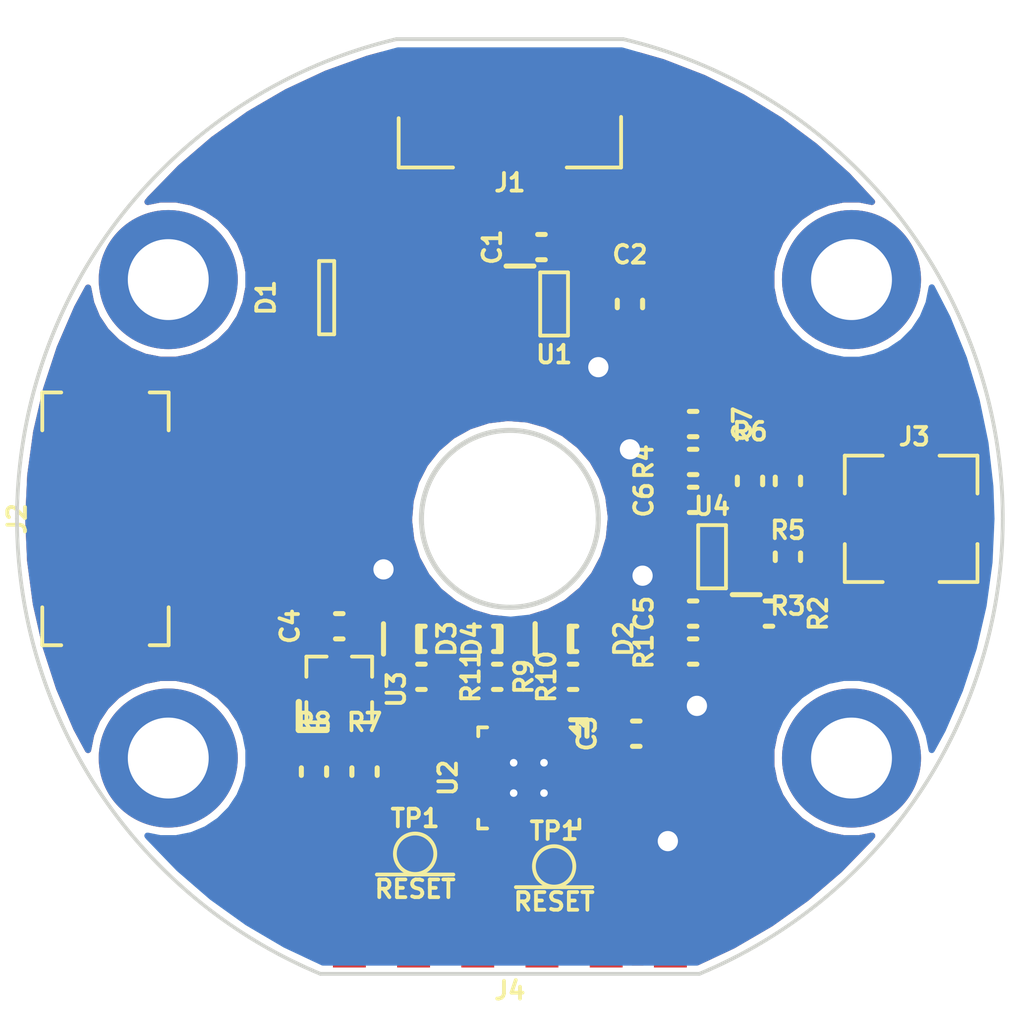
<source format=kicad_pcb>
(kicad_pcb (version 20171130) (host pcbnew "(5.0.0-rc2-85-g56df92a71-dirty)")

  (general
    (thickness 1.6)
    (drawings 7)
    (tracks 219)
    (zones 0)
    (modules 36)
    (nets 36)
  )

  (page A4)
  (layers
    (0 F.Cu signal)
    (31 B.Cu signal)
    (32 B.Adhes user)
    (33 F.Adhes user)
    (34 B.Paste user)
    (35 F.Paste user)
    (36 B.SilkS user)
    (37 F.SilkS user)
    (38 B.Mask user)
    (39 F.Mask user)
    (40 Dwgs.User user)
    (41 Cmts.User user)
    (42 Eco1.User user)
    (43 Eco2.User user)
    (44 Edge.Cuts user)
    (45 Margin user)
    (46 B.CrtYd user)
    (47 F.CrtYd user)
    (48 B.Fab user hide)
    (49 F.Fab user)
  )

  (setup
    (last_trace_width 0.25)
    (trace_clearance 0.15)
    (zone_clearance 0.25)
    (zone_45_only no)
    (trace_min 0.2)
    (segment_width 0.2)
    (edge_width 0.15)
    (via_size 1)
    (via_drill 0.8)
    (via_min_size 0.4)
    (via_min_drill 0.3)
    (uvia_size 0.3)
    (uvia_drill 0.1)
    (uvias_allowed no)
    (uvia_min_size 0.2)
    (uvia_min_drill 0.1)
    (pcb_text_width 0.3)
    (pcb_text_size 1.5 1.5)
    (mod_edge_width 0.15)
    (mod_text_size 1 1)
    (mod_text_width 0.15)
    (pad_size 1 1)
    (pad_drill 0)
    (pad_to_mask_clearance 0.2)
    (aux_axis_origin 0 0)
    (visible_elements FFFFFF7F)
    (pcbplotparams
      (layerselection 0x00000_7fffffff)
      (usegerberextensions false)
      (usegerberattributes false)
      (usegerberadvancedattributes false)
      (creategerberjobfile false)
      (excludeedgelayer false)
      (linewidth 0.020000)
      (plotframeref false)
      (viasonmask false)
      (mode 1)
      (useauxorigin false)
      (hpglpennumber 1)
      (hpglpenspeed 20)
      (hpglpendiameter 15.000000)
      (psnegative false)
      (psa4output false)
      (plotreference true)
      (plotvalue true)
      (plotinvisibletext false)
      (padsonsilk false)
      (subtractmaskfromsilk false)
      (outputformat 5)
      (mirror false)
      (drillshape 1)
      (scaleselection 1)
      (outputdirectory ""))
  )

  (net 0 "")
  (net 1 +3V3)
  (net 2 /TXO)
  (net 3 /RXI)
  (net 4 /SWCLK)
  (net 5 /SWDIO)
  (net 6 COM)
  (net 7 "Net-(U2-Pad1)")
  (net 8 /PIEZO)
  (net 9 "Net-(U2-Pad4)")
  (net 10 /LED1)
  (net 11 /LED2)
  (net 12 "Net-(U2-Pad7)")
  (net 13 "Net-(U2-Pad8)")
  (net 14 /LED3)
  (net 15 "Net-(U2-Pad10)")
  (net 16 /SDA)
  (net 17 /SCL)
  (net 18 /INT)
  (net 19 "Net-(U2-Pad14)")
  (net 20 /~RESET)
  (net 21 /DM)
  (net 22 /DP)
  (net 23 "Net-(D1-Pad1)")
  (net 24 "Net-(J1-Pad4)")
  (net 25 "Net-(J3-Pad1)")
  (net 26 "Net-(C6-Pad2)")
  (net 27 "Net-(U1-Pad4)")
  (net 28 +5V)
  (net 29 "Net-(D1-Pad2)")
  (net 30 "Net-(D2-PadA)")
  (net 31 "Net-(D4-PadA)")
  (net 32 "Net-(D3-PadA)")
  (net 33 "Net-(C7-Pad1)")
  (net 34 /PIEZO_RAW)
  (net 35 "Net-(U3-Pad11)")

  (net_class Default "This is the default net class."
    (clearance 0.15)
    (trace_width 0.25)
    (via_dia 1)
    (via_drill 0.8)
    (uvia_dia 0.3)
    (uvia_drill 0.1)
    (add_net +3V3)
    (add_net +5V)
    (add_net /DM)
    (add_net /DP)
    (add_net /INT)
    (add_net /LED1)
    (add_net /LED2)
    (add_net /LED3)
    (add_net /PIEZO)
    (add_net /PIEZO_RAW)
    (add_net /RXI)
    (add_net /SCL)
    (add_net /SDA)
    (add_net /SWCLK)
    (add_net /SWDIO)
    (add_net /TXO)
    (add_net /~RESET)
    (add_net COM)
    (add_net "Net-(C6-Pad2)")
    (add_net "Net-(C7-Pad1)")
    (add_net "Net-(D1-Pad1)")
    (add_net "Net-(D1-Pad2)")
    (add_net "Net-(D2-PadA)")
    (add_net "Net-(D3-PadA)")
    (add_net "Net-(D4-PadA)")
    (add_net "Net-(J1-Pad4)")
    (add_net "Net-(J3-Pad1)")
    (add_net "Net-(U1-Pad4)")
    (add_net "Net-(U2-Pad1)")
    (add_net "Net-(U2-Pad10)")
    (add_net "Net-(U2-Pad14)")
    (add_net "Net-(U2-Pad4)")
    (add_net "Net-(U2-Pad7)")
    (add_net "Net-(U2-Pad8)")
    (add_net "Net-(U3-Pad11)")
  )

  (module kicad-libs:TESTPOINT-1.0 (layer F.Cu) (tedit 5B3A97AF) (tstamp 5B3B46F5)
    (at 86.25 93.25)
    (path /5B4C97E6)
    (fp_text reference TP1 (at 0 -1.4) (layer F.SilkS)
      (effects (font (size 0.7 0.7) (thickness 0.15)))
    )
    (fp_text value ~RESET (at 0 1.4) (layer F.SilkS)
      (effects (font (size 0.7 0.7) (thickness 0.15)))
    )
    (fp_circle (center 0 0) (end 0.8 0) (layer F.SilkS) (width 0.15))
    (pad TP smd circle (at 0 0) (size 1 1) (layers F.Cu F.Mask)
      (net 2 /TXO) (zone_connect 2))
  )

  (module kicad-libs:SMD-1608 (layer F.Cu) (tedit 55ED9268) (tstamp 5B3ABBE7)
    (at 94.75 71.5)
    (path /5B39FEA2)
    (fp_text reference C2 (at 0 -1.95) (layer F.SilkS)
      (effects (font (size 0.7 0.7) (thickness 0.15)))
    )
    (fp_text value 4.7u (at 0 0 90) (layer F.Fab) hide
      (effects (font (size 0.7 0.7) (thickness 0.15)))
    )
    (fp_line (start 0.5 -0.15) (end 0.5 0.15) (layer F.SilkS) (width 0.2))
    (fp_line (start -0.5 -0.15) (end -0.5 0.15) (layer F.SilkS) (width 0.2))
    (fp_line (start -0.75 1.5) (end 0.75 1.5) (layer F.CrtYd) (width 0.05))
    (fp_line (start -0.75 -1.5) (end -0.75 1.5) (layer F.CrtYd) (width 0.05))
    (fp_line (start 0.75 -1.5) (end -0.75 -1.5) (layer F.CrtYd) (width 0.05))
    (fp_line (start 0.75 1.5) (end 0.75 -1.5) (layer F.CrtYd) (width 0.05))
    (fp_text user %R (at 0 0 90) (layer F.Fab)
      (effects (font (size 1 1) (thickness 0.1)))
    )
    (fp_line (start -0.75 1.5) (end -0.75 -1.5) (layer F.Fab) (width 0.1))
    (fp_line (start 0.75 1.5) (end -0.75 1.5) (layer F.Fab) (width 0.1))
    (fp_line (start 0.75 -1.5) (end 0.75 1.5) (layer F.Fab) (width 0.1))
    (fp_line (start -0.75 -1.5) (end 0.75 -1.5) (layer F.Fab) (width 0.1))
    (pad 2 smd rect (at 0 0.8) (size 0.9 0.8) (layers F.Cu F.Paste F.Mask)
      (net 6 COM))
    (pad 1 smd rect (at 0 -0.8) (size 0.9 0.8) (layers F.Cu F.Paste F.Mask)
      (net 1 +3V3))
  )

  (module kicad-libs:SOT-23-5 (layer F.Cu) (tedit 57325CE1) (tstamp 5B3ABB4B)
    (at 91.75 71.5 270)
    (path /5B39FA55)
    (fp_text reference U1 (at 2 0) (layer F.SilkS)
      (effects (font (size 0.7 0.7) (thickness 0.15)))
    )
    (fp_text value MIC5205 (at 0 0 270) (layer F.SilkS) hide
      (effects (font (size 0.81 0.81) (thickness 0.15)))
    )
    (fp_line (start -1.5 2.15) (end -1.5 -2.15) (layer F.CrtYd) (width 0.05))
    (fp_line (start 1.5 2.15) (end -1.5 2.15) (layer F.CrtYd) (width 0.05))
    (fp_line (start 1.5 -2.15) (end 1.5 2.15) (layer F.CrtYd) (width 0.05))
    (fp_line (start -1.5 -2.15) (end 1.5 -2.15) (layer F.CrtYd) (width 0.05))
    (fp_line (start -1.25 0.55) (end -1.25 -0.55) (layer F.SilkS) (width 0.15))
    (fp_line (start 1.25 0.55) (end -1.25 0.55) (layer F.SilkS) (width 0.15))
    (fp_line (start 1.25 -0.55) (end 1.25 0.55) (layer F.SilkS) (width 0.15))
    (fp_line (start -1.25 -0.55) (end 1.25 -0.55) (layer F.SilkS) (width 0.15))
    (fp_text user %R (at 0 -0.2) (layer F.Fab)
      (effects (font (size 1 1) (thickness 0.1)))
    )
    (fp_line (start -1.3 1.9) (end -1.3 -1.9) (layer F.Fab) (width 0.1))
    (fp_line (start 1.3 1.9) (end -1.3 1.9) (layer F.Fab) (width 0.1))
    (fp_line (start 1.3 -1.9) (end 1.3 1.9) (layer F.Fab) (width 0.1))
    (fp_line (start -1.3 -1.9) (end 1.3 -1.9) (layer F.Fab) (width 0.1))
    (fp_line (start -1.25 1.1) (end -0.5 1.85) (layer F.Fab) (width 0.15))
    (fp_line (start -0.65 1.85) (end -1.25 1.25) (layer F.Fab) (width 0.15))
    (fp_line (start -1.25 1.4) (end -0.8 1.85) (layer F.Fab) (width 0.15))
    (fp_line (start -0.95 1.85) (end -1.25 1.55) (layer F.Fab) (width 0.15))
    (fp_line (start -1.25 1.7) (end -1.1 1.85) (layer F.Fab) (width 0.15))
    (fp_line (start -1.25 1.85) (end -1.2 1.8) (layer F.Fab) (width 0.15))
    (fp_line (start -1.25 0.95) (end -0.35 1.85) (layer F.Fab) (width 0.15))
    (fp_line (start -0.2 1.85) (end -1.25 0.8) (layer F.Fab) (width 0.15))
    (fp_line (start -1.25 0.65) (end -0.05 1.85) (layer F.Fab) (width 0.15))
    (fp_line (start 0.1 1.85) (end -1.25 0.5) (layer F.Fab) (width 0.15))
    (fp_line (start -1.5 1.9) (end -1.5 0.8) (layer F.SilkS) (width 0.2))
    (pad 5 smd rect (at -0.95 -1.35 270) (size 0.6 1.05) (layers F.Cu F.Paste F.Mask)
      (net 1 +3V3))
    (pad 4 smd rect (at 0.95 -1.35 270) (size 0.6 1.05) (layers F.Cu F.Paste F.Mask)
      (net 27 "Net-(U1-Pad4)"))
    (pad 3 smd rect (at 0.95 1.35 270) (size 0.6 1.05) (layers F.Cu F.Paste F.Mask)
      (net 28 +5V))
    (pad 2 smd rect (at 0 1.35 270) (size 0.6 1.05) (layers F.Cu F.Paste F.Mask)
      (net 6 COM))
    (pad 1 smd rect (at -0.95 1.35 270) (size 0.6 1.05) (layers F.Cu F.Paste F.Mask)
      (net 28 +5V))
  )

  (module kicad-libs:HOLE-M3-COND locked (layer F.Cu) (tedit 544AEF10) (tstamp 5B3AD248)
    (at 76.483992 70.535989)
    (fp_text reference HOLE-M3 (at 0 0) (layer F.SilkS) hide
      (effects (font (size 1 1) (thickness 0.15)))
    )
    (fp_text value VAL** (at 0 0) (layer F.SilkS) hide
      (effects (font (size 1 1) (thickness 0.15)))
    )
    (fp_circle (center 0 0) (end -3 0) (layer F.CrtYd) (width 0.05))
    (pad 1 smd circle (at 0 0) (size 5.5 5.5) (layers F.Cu F.Mask)
      (clearance 0.3) (zone_connect 2))
    (pad 1 smd circle (at 0 0) (size 5.5 5.5) (layers B.Cu B.Mask)
      (clearance 0.3) (zone_connect 2))
    (pad 1 thru_hole circle (at 0 0) (size 3.6 3.6) (drill 3.2) (layers *.Cu)
      (clearance 0.2) (zone_connect 2))
  )

  (module kicad-libs:HOLE-M3-COND locked (layer F.Cu) (tedit 544AEF10) (tstamp 5B3AD233)
    (at 76.483992 89.464011)
    (fp_text reference HOLE-M3 (at 0 0) (layer F.SilkS) hide
      (effects (font (size 1 1) (thickness 0.15)))
    )
    (fp_text value VAL** (at 0 0) (layer F.SilkS) hide
      (effects (font (size 1 1) (thickness 0.15)))
    )
    (fp_circle (center 0 0) (end -3 0) (layer F.CrtYd) (width 0.05))
    (pad 1 thru_hole circle (at 0 0) (size 3.6 3.6) (drill 3.2) (layers *.Cu)
      (clearance 0.2) (zone_connect 2))
    (pad 1 smd circle (at 0 0) (size 5.5 5.5) (layers B.Cu B.Mask)
      (clearance 0.3) (zone_connect 2))
    (pad 1 smd circle (at 0 0) (size 5.5 5.5) (layers F.Cu F.Mask)
      (clearance 0.3) (zone_connect 2))
  )

  (module kicad-libs:HOLE-M3-COND locked (layer F.Cu) (tedit 544AEF10) (tstamp 5B3AD21E)
    (at 103.516008 70.535989)
    (fp_text reference HOLE-M3 (at 0 0) (layer F.SilkS) hide
      (effects (font (size 1 1) (thickness 0.15)))
    )
    (fp_text value VAL** (at 0 0) (layer F.SilkS) hide
      (effects (font (size 1 1) (thickness 0.15)))
    )
    (fp_circle (center 0 0) (end -3 0) (layer F.CrtYd) (width 0.05))
    (pad 1 smd circle (at 0 0) (size 5.5 5.5) (layers F.Cu F.Mask)
      (clearance 0.3) (zone_connect 2))
    (pad 1 smd circle (at 0 0) (size 5.5 5.5) (layers B.Cu B.Mask)
      (clearance 0.3) (zone_connect 2))
    (pad 1 thru_hole circle (at 0 0) (size 3.6 3.6) (drill 3.2) (layers *.Cu)
      (clearance 0.2) (zone_connect 2))
  )

  (module kicad-libs:B3B-PH-SM4-TB (layer F.Cu) (tedit 5B3A7992) (tstamp 5B3ABD6B)
    (at 74 80 90)
    (path /5B39F3D6)
    (fp_text reference J2 (at 0 -3.5 90) (layer F.SilkS)
      (effects (font (size 0.7 0.7) (thickness 0.15)))
    )
    (fp_text value OUT (at 0 -3.25 90) (layer F.Fab) hide
      (effects (font (size 1 1) (thickness 0.15)))
    )
    (fp_line (start -6.25 -2.75) (end 6.25 -2.75) (layer F.CrtYd) (width 0.05))
    (fp_line (start 6.25 -2.75) (end 6.25 5) (layer F.CrtYd) (width 0.05))
    (fp_line (start 6.25 5) (end -6.25 5) (layer F.CrtYd) (width 0.05))
    (fp_line (start -6.25 5) (end -6.25 -2.75) (layer F.CrtYd) (width 0.05))
    (fp_line (start -6.25 -2.75) (end 6.25 -2.75) (layer F.Fab) (width 0.1))
    (fp_line (start 6.25 -2.75) (end 6.25 5) (layer F.Fab) (width 0.1))
    (fp_line (start 6.25 5) (end -6.25 5) (layer F.Fab) (width 0.1))
    (fp_line (start -6.25 5) (end -6.25 -2.75) (layer F.Fab) (width 0.1))
    (fp_line (start 5 -1.75) (end 5 -2.5) (layer F.SilkS) (width 0.15))
    (fp_line (start 5 -2.5) (end 3.5 -2.5) (layer F.SilkS) (width 0.15))
    (fp_line (start -5 -1.75) (end -5 -2.5) (layer F.SilkS) (width 0.15))
    (fp_line (start -5 -2.5) (end -3.5 -2.5) (layer F.SilkS) (width 0.15))
    (fp_line (start 5 1.75) (end 5 2.5) (layer F.SilkS) (width 0.15))
    (fp_line (start 5 2.5) (end 3.5 2.5) (layer F.SilkS) (width 0.15))
    (fp_line (start -5 1.75) (end -5 2.5) (layer F.SilkS) (width 0.15))
    (fp_line (start -5 2.5) (end -3.5 2.5) (layer F.SilkS) (width 0.15))
    (fp_text user %R (at 0 1 90) (layer F.Fab)
      (effects (font (size 1.5 1.5) (thickness 0.15)))
    )
    (pad "" smd rect (at -5.2 0 90) (size 1.6 3) (layers F.Cu F.Paste F.Mask))
    (pad 1 smd rect (at -2 2 90) (size 1 5.5) (layers F.Cu F.Paste F.Mask)
      (net 29 "Net-(D1-Pad2)"))
    (pad 2 smd rect (at 0 2 90) (size 1 5.5) (layers F.Cu F.Paste F.Mask)
      (net 3 /RXI))
    (pad 3 smd rect (at 2 2 90) (size 1 5.5) (layers F.Cu F.Paste F.Mask)
      (net 6 COM))
    (pad "" smd rect (at 5.2 0 90) (size 1.6 3) (layers F.Cu F.Paste F.Mask))
  )

  (module kicad-libs:JST-ACH-2 (layer F.Cu) (tedit 59278A28) (tstamp 5B3ABD51)
    (at 106 80 180)
    (path /5B3AB859)
    (fp_text reference J3 (at 0 3.25 180) (layer F.SilkS)
      (effects (font (size 0.7 0.7) (thickness 0.15)))
    )
    (fp_text value PIEZO (at 1.55 -0.5 180) (layer F.Fab) hide
      (effects (font (size 1 1) (thickness 0.15)))
    )
    (fp_line (start -2.5 -2.5) (end 2.75 -2.5) (layer F.Fab) (width 0.1))
    (fp_line (start 2.75 -2.5) (end 2.75 2.5) (layer F.Fab) (width 0.1))
    (fp_line (start 2.75 2.5) (end -2.5 2.5) (layer F.Fab) (width 0.1))
    (fp_line (start -2.5 2.5) (end -2.5 -2.5) (layer F.Fab) (width 0.1))
    (fp_line (start -2.5 -2.5) (end 2.75 -2.5) (layer F.CrtYd) (width 0.05))
    (fp_line (start 2.75 -2.5) (end 2.75 2.5) (layer F.CrtYd) (width 0.05))
    (fp_line (start 2.75 2.5) (end -2.5 2.5) (layer F.CrtYd) (width 0.05))
    (fp_line (start -2.5 2.5) (end -2.5 -2.5) (layer F.CrtYd) (width 0.05))
    (fp_line (start -2.5 -2.5) (end -2.5 -1) (layer F.SilkS) (width 0.15))
    (fp_line (start -2.5 -1) (end -2.5 -1) (layer F.SilkS) (width 0.15))
    (fp_line (start -2.5 -2.5) (end -1 -2.5) (layer F.SilkS) (width 0.15))
    (fp_line (start 1.25 -2.5) (end 2.75 -2.5) (layer F.SilkS) (width 0.15))
    (fp_line (start 2.75 -2.5) (end 2.75 -1) (layer F.SilkS) (width 0.15))
    (fp_line (start 2.75 1) (end 2.75 2.5) (layer F.SilkS) (width 0.15))
    (fp_line (start 2.75 2.5) (end 1.25 2.5) (layer F.SilkS) (width 0.15))
    (fp_line (start -1 2.5) (end -2.5 2.5) (layer F.SilkS) (width 0.15))
    (fp_line (start -2.5 2.5) (end -2.5 1) (layer F.SilkS) (width 0.15))
    (fp_text user %R (at 0 0 180) (layer F.Fab)
      (effects (font (size 1 1) (thickness 0.1)))
    )
    (pad "" smd rect (at -1.8 1.75 180) (size 0.8 0.7) (layers F.Cu F.Paste F.Mask))
    (pad "" smd rect (at -1.8 -1.75 180) (size 0.8 0.7) (layers F.Cu F.Paste F.Mask))
    (pad 1 smd rect (at 1.975 -0.6 180) (size 0.85 0.6) (layers F.Cu F.Paste F.Mask)
      (net 25 "Net-(J3-Pad1)"))
    (pad 2 smd rect (at 1.975 0.6 180) (size 0.85 0.6) (layers F.Cu F.Paste F.Mask)
      (net 34 /PIEZO_RAW))
  )

  (module kicad-libs:LGA12 (layer F.Cu) (tedit 5755CD16) (tstamp 5B3B0447)
    (at 83.25 86.75 90)
    (path /5B39F00E)
    (fp_text reference U3 (at 0 2.25 90) (layer F.SilkS)
      (effects (font (size 0.7 0.7) (thickness 0.15)))
    )
    (fp_text value LIS2-LGA12 (at 0 -3.6 90) (layer F.Fab) hide
      (effects (font (size 1 1) (thickness 0.15)))
    )
    (fp_line (start -1.6 -1.6) (end -0.5 -1.6) (layer F.SilkS) (width 0.25))
    (fp_line (start -1.6 -0.5) (end -1.6 -1.6) (layer F.SilkS) (width 0.25))
    (fp_line (start -1.3 -1.3) (end -1.3 -0.5) (layer F.SilkS) (width 0.15))
    (fp_line (start -1.3 -1.3) (end -0.5 -1.3) (layer F.SilkS) (width 0.15))
    (fp_line (start -1.3 1.3) (end -0.5 1.3) (layer F.SilkS) (width 0.15))
    (fp_line (start -1.3 1.3) (end -1.3 0.5) (layer F.SilkS) (width 0.15))
    (fp_line (start 1.3 1.3) (end 0.5 1.3) (layer F.SilkS) (width 0.15))
    (fp_line (start 1.3 1.3) (end 1.3 0.5) (layer F.SilkS) (width 0.15))
    (fp_line (start 1.3 -1.3) (end 1.3 -0.5) (layer F.SilkS) (width 0.15))
    (fp_line (start 1.3 -1.3) (end 0.5 -1.3) (layer F.SilkS) (width 0.15))
    (fp_text user %R (at 0 0.3 90) (layer F.Fab)
      (effects (font (size 0.7 0.7) (thickness 0.07)))
    )
    (fp_line (start 0 -1.5) (end -1.5 0) (layer F.Fab) (width 0.1))
    (fp_line (start -0.1 -1.5) (end 0 -1.5) (layer F.Fab) (width 0.1))
    (fp_line (start -1.5 -0.1) (end -0.1 -1.5) (layer F.Fab) (width 0.1))
    (fp_line (start -1.5 -0.2) (end -1.5 -0.1) (layer F.Fab) (width 0.1))
    (fp_line (start -0.2 -1.5) (end -1.5 -0.2) (layer F.Fab) (width 0.1))
    (fp_line (start -0.3 -1.5) (end -0.2 -1.5) (layer F.Fab) (width 0.1))
    (fp_line (start -1.5 -0.3) (end -0.3 -1.5) (layer F.Fab) (width 0.1))
    (fp_line (start -1.5 -0.4) (end -1.5 -0.3) (layer F.Fab) (width 0.1))
    (fp_line (start -0.4 -1.5) (end -1.5 -0.4) (layer F.Fab) (width 0.1))
    (fp_line (start -0.5 -1.5) (end -0.4 -1.5) (layer F.Fab) (width 0.1))
    (fp_line (start -1.5 -0.5) (end -0.5 -1.5) (layer F.Fab) (width 0.1))
    (fp_line (start -1.5 -0.4) (end -1.5 -0.5) (layer F.Fab) (width 0.1))
    (fp_line (start -1.5 -0.6) (end -1.5 -0.4) (layer F.Fab) (width 0.1))
    (fp_line (start -0.6 -1.5) (end -1.5 -0.6) (layer F.Fab) (width 0.1))
    (fp_line (start -0.7 -1.5) (end -0.6 -1.5) (layer F.Fab) (width 0.1))
    (fp_line (start -1.5 -0.7) (end -0.7 -1.5) (layer F.Fab) (width 0.1))
    (fp_line (start -1.5 -0.8) (end -1.5 -0.7) (layer F.Fab) (width 0.1))
    (fp_line (start -0.8 -1.5) (end -1.5 -0.8) (layer F.Fab) (width 0.1))
    (fp_line (start -0.9 -1.5) (end -0.8 -1.5) (layer F.Fab) (width 0.1))
    (fp_line (start -1.5 -0.9) (end -0.9 -1.5) (layer F.Fab) (width 0.1))
    (fp_line (start -1.5 -1) (end -1.5 -0.9) (layer F.Fab) (width 0.1))
    (fp_line (start -1 -1.5) (end -1.5 -1) (layer F.Fab) (width 0.1))
    (fp_line (start -1.1 -1.5) (end -1 -1.5) (layer F.Fab) (width 0.1))
    (fp_line (start -1.5 -1.1) (end -1.1 -1.5) (layer F.Fab) (width 0.1))
    (fp_line (start -1.5 -1.2) (end -1.5 -1.1) (layer F.Fab) (width 0.1))
    (fp_line (start -1.2 -1.5) (end -1.5 -1.2) (layer F.Fab) (width 0.1))
    (fp_line (start -1.5 -1.3) (end -1.3 -1.5) (layer F.Fab) (width 0.1))
    (fp_line (start -1.5 -1.4) (end -1.5 -1.3) (layer F.Fab) (width 0.1))
    (fp_line (start -1.4 -1.5) (end -1.5 -1.4) (layer F.Fab) (width 0.1))
    (fp_line (start -1.5 1.5) (end -1.5 -1.5) (layer F.Fab) (width 0.1))
    (fp_line (start 1.5 1.5) (end -1.5 1.5) (layer F.Fab) (width 0.1))
    (fp_line (start 1.5 -1.5) (end 1.5 1.5) (layer F.Fab) (width 0.1))
    (fp_line (start -1.5 -1.5) (end 1.5 -1.5) (layer F.Fab) (width 0.1))
    (fp_line (start -1.5 1.5) (end -1.5 -1.5) (layer F.CrtYd) (width 0.05))
    (fp_line (start 1.5 1.5) (end -1.5 1.5) (layer F.CrtYd) (width 0.05))
    (fp_line (start 1.5 -1.5) (end 1.5 1.5) (layer F.CrtYd) (width 0.05))
    (fp_line (start -1.5 -1.5) (end 1.5 -1.5) (layer F.CrtYd) (width 0.05))
    (pad 1 smd rect (at -0.75625 -0.75625 90) (size 0.3625 0.3625) (layers F.Cu F.Paste F.Mask)
      (net 17 /SCL) (solder_mask_margin 0.05) (solder_paste_margin_ratio -0.1) (zone_connect 0))
    (pad 4 smd rect (at -0.75625 0.75625 90) (size 0.3625 0.3625) (layers F.Cu F.Paste F.Mask)
      (net 16 /SDA) (solder_mask_margin 0.05) (solder_paste_margin_ratio -0.1) (zone_connect 0))
    (pad 7 smd rect (at 0.75625 0.75625 90) (size 0.3625 0.3625) (layers F.Cu F.Paste F.Mask)
      (net 6 COM) (solder_mask_margin 0.05) (solder_paste_margin_ratio -0.1) (zone_connect 0))
    (pad 10 smd rect (at 0.75625 -0.75625 90) (size 0.3625 0.3625) (layers F.Cu F.Paste F.Mask)
      (net 1 +3V3) (solder_mask_margin 0.05) (solder_paste_margin_ratio -0.1) (zone_connect 0))
    (pad 2 smd rect (at -0.75 -0.25 90) (size 0.375 0.35) (layers F.Cu F.Paste F.Mask)
      (net 1 +3V3) (solder_mask_margin 0.05) (solder_paste_margin_ratio -0.1) (zone_connect 0))
    (pad 3 smd rect (at -0.75 0.25 90) (size 0.375 0.35) (layers F.Cu F.Paste F.Mask)
      (net 1 +3V3) (solder_mask_margin 0.05) (solder_paste_margin_ratio -0.1) (zone_connect 0))
    (pad 5 smd rect (at -0.25 0.75 180) (size 0.375 0.35) (layers F.Cu F.Paste F.Mask)
      (net 6 COM) (solder_mask_margin 0.05) (solder_paste_margin_ratio -0.1) (zone_connect 0))
    (pad 6 smd rect (at 0.25 0.75 180) (size 0.375 0.35) (layers F.Cu F.Paste F.Mask)
      (net 6 COM) (solder_mask_margin 0.05) (solder_paste_margin_ratio -0.1) (zone_connect 0))
    (pad 8 smd rect (at 0.75 0.25 90) (size 0.375 0.35) (layers F.Cu F.Paste F.Mask)
      (net 6 COM) (solder_mask_margin 0.05) (solder_paste_margin_ratio -0.1) (zone_connect 0))
    (pad 9 smd rect (at 0.75 -0.25 90) (size 0.375 0.35) (layers F.Cu F.Paste F.Mask)
      (net 1 +3V3) (solder_mask_margin 0.05) (solder_paste_margin_ratio -0.1) (zone_connect 0))
    (pad 11 smd rect (at 0.25 -0.75 180) (size 0.375 0.35) (layers F.Cu F.Paste F.Mask)
      (net 35 "Net-(U3-Pad11)") (solder_mask_margin 0.05) (solder_paste_margin_ratio -0.1) (zone_connect 0))
    (pad 12 smd rect (at -0.25 -0.75 180) (size 0.375 0.35) (layers F.Cu F.Paste F.Mask)
      (net 18 /INT) (solder_mask_margin 0.05) (solder_paste_margin_ratio -0.1) (zone_connect 0))
  )

  (module kicad-libs:SMD-1608 (layer F.Cu) (tedit 55ED9268) (tstamp 5B3ADC8A)
    (at 97.25 85.25 90)
    (path /5B3A11B9)
    (fp_text reference R1 (at 0 -1.95 90) (layer F.SilkS)
      (effects (font (size 0.7 0.7) (thickness 0.15)))
    )
    (fp_text value 10k (at 0 0 180) (layer F.Fab) hide
      (effects (font (size 0.7 0.7) (thickness 0.15)))
    )
    (fp_line (start 0.5 -0.15) (end 0.5 0.15) (layer F.SilkS) (width 0.2))
    (fp_line (start -0.5 -0.15) (end -0.5 0.15) (layer F.SilkS) (width 0.2))
    (fp_line (start -0.75 1.5) (end 0.75 1.5) (layer F.CrtYd) (width 0.05))
    (fp_line (start -0.75 -1.5) (end -0.75 1.5) (layer F.CrtYd) (width 0.05))
    (fp_line (start 0.75 -1.5) (end -0.75 -1.5) (layer F.CrtYd) (width 0.05))
    (fp_line (start 0.75 1.5) (end 0.75 -1.5) (layer F.CrtYd) (width 0.05))
    (fp_text user %R (at 0 0 180) (layer F.Fab)
      (effects (font (size 1 1) (thickness 0.1)))
    )
    (fp_line (start -0.75 1.5) (end -0.75 -1.5) (layer F.Fab) (width 0.1))
    (fp_line (start 0.75 1.5) (end -0.75 1.5) (layer F.Fab) (width 0.1))
    (fp_line (start 0.75 -1.5) (end 0.75 1.5) (layer F.Fab) (width 0.1))
    (fp_line (start -0.75 -1.5) (end 0.75 -1.5) (layer F.Fab) (width 0.1))
    (pad 2 smd rect (at 0 0.8 90) (size 0.9 0.8) (layers F.Cu F.Paste F.Mask)
      (net 25 "Net-(J3-Pad1)"))
    (pad 1 smd rect (at 0 -0.8 90) (size 0.9 0.8) (layers F.Cu F.Paste F.Mask)
      (net 1 +3V3))
  )

  (module kicad-libs:SMD-1608 (layer F.Cu) (tedit 55ED9268) (tstamp 5B3B052F)
    (at 89.5 86.25 270)
    (path /5B4EAF60)
    (fp_text reference R10 (at 0 -1.95 270) (layer F.SilkS)
      (effects (font (size 0.7 0.7) (thickness 0.15)))
    )
    (fp_text value 10k (at 0 0) (layer F.Fab) hide
      (effects (font (size 0.7 0.7) (thickness 0.15)))
    )
    (fp_line (start -0.75 -1.5) (end 0.75 -1.5) (layer F.Fab) (width 0.1))
    (fp_line (start 0.75 -1.5) (end 0.75 1.5) (layer F.Fab) (width 0.1))
    (fp_line (start 0.75 1.5) (end -0.75 1.5) (layer F.Fab) (width 0.1))
    (fp_line (start -0.75 1.5) (end -0.75 -1.5) (layer F.Fab) (width 0.1))
    (fp_text user %R (at 0 0) (layer F.Fab)
      (effects (font (size 1 1) (thickness 0.1)))
    )
    (fp_line (start 0.75 1.5) (end 0.75 -1.5) (layer F.CrtYd) (width 0.05))
    (fp_line (start 0.75 -1.5) (end -0.75 -1.5) (layer F.CrtYd) (width 0.05))
    (fp_line (start -0.75 -1.5) (end -0.75 1.5) (layer F.CrtYd) (width 0.05))
    (fp_line (start -0.75 1.5) (end 0.75 1.5) (layer F.CrtYd) (width 0.05))
    (fp_line (start -0.5 -0.15) (end -0.5 0.15) (layer F.SilkS) (width 0.2))
    (fp_line (start 0.5 -0.15) (end 0.5 0.15) (layer F.SilkS) (width 0.2))
    (pad 1 smd rect (at 0 -0.8 270) (size 0.9 0.8) (layers F.Cu F.Paste F.Mask)
      (net 11 /LED2))
    (pad 2 smd rect (at 0 0.8 270) (size 0.9 0.8) (layers F.Cu F.Paste F.Mask)
      (net 32 "Net-(D3-PadA)"))
  )

  (module kicad-libs:SMD-1608 (layer F.Cu) (tedit 55ED9268) (tstamp 5B3B0562)
    (at 92.5 86.25 90)
    (path /5B4EAEF8)
    (fp_text reference R9 (at 0 -1.95 90) (layer F.SilkS)
      (effects (font (size 0.7 0.7) (thickness 0.15)))
    )
    (fp_text value 10k (at 0 0 180) (layer F.Fab) hide
      (effects (font (size 0.7 0.7) (thickness 0.15)))
    )
    (fp_line (start 0.5 -0.15) (end 0.5 0.15) (layer F.SilkS) (width 0.2))
    (fp_line (start -0.5 -0.15) (end -0.5 0.15) (layer F.SilkS) (width 0.2))
    (fp_line (start -0.75 1.5) (end 0.75 1.5) (layer F.CrtYd) (width 0.05))
    (fp_line (start -0.75 -1.5) (end -0.75 1.5) (layer F.CrtYd) (width 0.05))
    (fp_line (start 0.75 -1.5) (end -0.75 -1.5) (layer F.CrtYd) (width 0.05))
    (fp_line (start 0.75 1.5) (end 0.75 -1.5) (layer F.CrtYd) (width 0.05))
    (fp_text user %R (at 0 0 180) (layer F.Fab)
      (effects (font (size 1 1) (thickness 0.1)))
    )
    (fp_line (start -0.75 1.5) (end -0.75 -1.5) (layer F.Fab) (width 0.1))
    (fp_line (start 0.75 1.5) (end -0.75 1.5) (layer F.Fab) (width 0.1))
    (fp_line (start 0.75 -1.5) (end 0.75 1.5) (layer F.Fab) (width 0.1))
    (fp_line (start -0.75 -1.5) (end 0.75 -1.5) (layer F.Fab) (width 0.1))
    (pad 2 smd rect (at 0 0.8 90) (size 0.9 0.8) (layers F.Cu F.Paste F.Mask)
      (net 30 "Net-(D2-PadA)"))
    (pad 1 smd rect (at 0 -0.8 90) (size 0.9 0.8) (layers F.Cu F.Paste F.Mask)
      (net 10 /LED1))
  )

  (module kicad-libs:SMD-1608 (layer F.Cu) (tedit 55ED9268) (tstamp 5B3B05FE)
    (at 82.25 90)
    (path /5B4DE517)
    (fp_text reference R8 (at 0 -1.95) (layer F.SilkS)
      (effects (font (size 0.7 0.7) (thickness 0.15)))
    )
    (fp_text value 10k (at 0 0 90) (layer F.Fab) hide
      (effects (font (size 0.7 0.7) (thickness 0.15)))
    )
    (fp_line (start -0.75 -1.5) (end 0.75 -1.5) (layer F.Fab) (width 0.1))
    (fp_line (start 0.75 -1.5) (end 0.75 1.5) (layer F.Fab) (width 0.1))
    (fp_line (start 0.75 1.5) (end -0.75 1.5) (layer F.Fab) (width 0.1))
    (fp_line (start -0.75 1.5) (end -0.75 -1.5) (layer F.Fab) (width 0.1))
    (fp_text user %R (at 0 0 90) (layer F.Fab)
      (effects (font (size 1 1) (thickness 0.1)))
    )
    (fp_line (start 0.75 1.5) (end 0.75 -1.5) (layer F.CrtYd) (width 0.05))
    (fp_line (start 0.75 -1.5) (end -0.75 -1.5) (layer F.CrtYd) (width 0.05))
    (fp_line (start -0.75 -1.5) (end -0.75 1.5) (layer F.CrtYd) (width 0.05))
    (fp_line (start -0.75 1.5) (end 0.75 1.5) (layer F.CrtYd) (width 0.05))
    (fp_line (start -0.5 -0.15) (end -0.5 0.15) (layer F.SilkS) (width 0.2))
    (fp_line (start 0.5 -0.15) (end 0.5 0.15) (layer F.SilkS) (width 0.2))
    (pad 1 smd rect (at 0 -0.8) (size 0.9 0.8) (layers F.Cu F.Paste F.Mask)
      (net 1 +3V3))
    (pad 2 smd rect (at 0 0.8) (size 0.9 0.8) (layers F.Cu F.Paste F.Mask)
      (net 17 /SCL))
  )

  (module kicad-libs:SMD-1608 (layer F.Cu) (tedit 55ED9268) (tstamp 5B3B05B0)
    (at 86.5 86.25 270)
    (path /5B4EADC8)
    (fp_text reference R11 (at 0 -1.95 270) (layer F.SilkS)
      (effects (font (size 0.7 0.7) (thickness 0.15)))
    )
    (fp_text value 10k (at 0 0) (layer F.Fab) hide
      (effects (font (size 0.7 0.7) (thickness 0.15)))
    )
    (fp_line (start 0.5 -0.15) (end 0.5 0.15) (layer F.SilkS) (width 0.2))
    (fp_line (start -0.5 -0.15) (end -0.5 0.15) (layer F.SilkS) (width 0.2))
    (fp_line (start -0.75 1.5) (end 0.75 1.5) (layer F.CrtYd) (width 0.05))
    (fp_line (start -0.75 -1.5) (end -0.75 1.5) (layer F.CrtYd) (width 0.05))
    (fp_line (start 0.75 -1.5) (end -0.75 -1.5) (layer F.CrtYd) (width 0.05))
    (fp_line (start 0.75 1.5) (end 0.75 -1.5) (layer F.CrtYd) (width 0.05))
    (fp_text user %R (at 0 0) (layer F.Fab)
      (effects (font (size 1 1) (thickness 0.1)))
    )
    (fp_line (start -0.75 1.5) (end -0.75 -1.5) (layer F.Fab) (width 0.1))
    (fp_line (start 0.75 1.5) (end -0.75 1.5) (layer F.Fab) (width 0.1))
    (fp_line (start 0.75 -1.5) (end 0.75 1.5) (layer F.Fab) (width 0.1))
    (fp_line (start -0.75 -1.5) (end 0.75 -1.5) (layer F.Fab) (width 0.1))
    (pad 2 smd rect (at 0 0.8 270) (size 0.9 0.8) (layers F.Cu F.Paste F.Mask)
      (net 31 "Net-(D4-PadA)"))
    (pad 1 smd rect (at 0 -0.8 270) (size 0.9 0.8) (layers F.Cu F.Paste F.Mask)
      (net 14 /LED3))
  )

  (module kicad-libs:SMD-1608 (layer F.Cu) (tedit 55ED9268) (tstamp 5B3ADE78)
    (at 99.5 78.5)
    (path /5B3AF2F7)
    (fp_text reference R6 (at 0 -1.95) (layer F.SilkS)
      (effects (font (size 0.7 0.7) (thickness 0.15)))
    )
    (fp_text value 5.1k (at 0 0 90) (layer F.Fab) hide
      (effects (font (size 0.7 0.7) (thickness 0.15)))
    )
    (fp_line (start -0.75 -1.5) (end 0.75 -1.5) (layer F.Fab) (width 0.1))
    (fp_line (start 0.75 -1.5) (end 0.75 1.5) (layer F.Fab) (width 0.1))
    (fp_line (start 0.75 1.5) (end -0.75 1.5) (layer F.Fab) (width 0.1))
    (fp_line (start -0.75 1.5) (end -0.75 -1.5) (layer F.Fab) (width 0.1))
    (fp_text user %R (at 0 0 90) (layer F.Fab)
      (effects (font (size 1 1) (thickness 0.1)))
    )
    (fp_line (start 0.75 1.5) (end 0.75 -1.5) (layer F.CrtYd) (width 0.05))
    (fp_line (start 0.75 -1.5) (end -0.75 -1.5) (layer F.CrtYd) (width 0.05))
    (fp_line (start -0.75 -1.5) (end -0.75 1.5) (layer F.CrtYd) (width 0.05))
    (fp_line (start -0.75 1.5) (end 0.75 1.5) (layer F.CrtYd) (width 0.05))
    (fp_line (start -0.5 -0.15) (end -0.5 0.15) (layer F.SilkS) (width 0.2))
    (fp_line (start 0.5 -0.15) (end 0.5 0.15) (layer F.SilkS) (width 0.2))
    (pad 1 smd rect (at 0 -0.8) (size 0.9 0.8) (layers F.Cu F.Paste F.Mask)
      (net 33 "Net-(C7-Pad1)"))
    (pad 2 smd rect (at 0 0.8) (size 0.9 0.8) (layers F.Cu F.Paste F.Mask)
      (net 26 "Net-(C6-Pad2)"))
  )

  (module kicad-libs:SMD-1608 (layer F.Cu) (tedit 55ED9268) (tstamp 5B3ABC91)
    (at 101 78.5 180)
    (path /5B3AF39C)
    (fp_text reference R5 (at 0 -1.95 180) (layer F.SilkS)
      (effects (font (size 0.7 0.7) (thickness 0.15)))
    )
    (fp_text value 1k (at 0 0 270) (layer F.Fab) hide
      (effects (font (size 0.7 0.7) (thickness 0.15)))
    )
    (fp_line (start 0.5 -0.15) (end 0.5 0.15) (layer F.SilkS) (width 0.2))
    (fp_line (start -0.5 -0.15) (end -0.5 0.15) (layer F.SilkS) (width 0.2))
    (fp_line (start -0.75 1.5) (end 0.75 1.5) (layer F.CrtYd) (width 0.05))
    (fp_line (start -0.75 -1.5) (end -0.75 1.5) (layer F.CrtYd) (width 0.05))
    (fp_line (start 0.75 -1.5) (end -0.75 -1.5) (layer F.CrtYd) (width 0.05))
    (fp_line (start 0.75 1.5) (end 0.75 -1.5) (layer F.CrtYd) (width 0.05))
    (fp_text user %R (at 0 0 270) (layer F.Fab)
      (effects (font (size 1 1) (thickness 0.1)))
    )
    (fp_line (start -0.75 1.5) (end -0.75 -1.5) (layer F.Fab) (width 0.1))
    (fp_line (start 0.75 1.5) (end -0.75 1.5) (layer F.Fab) (width 0.1))
    (fp_line (start 0.75 -1.5) (end 0.75 1.5) (layer F.Fab) (width 0.1))
    (fp_line (start -0.75 -1.5) (end 0.75 -1.5) (layer F.Fab) (width 0.1))
    (pad 2 smd rect (at 0 0.8 180) (size 0.9 0.8) (layers F.Cu F.Paste F.Mask)
      (net 33 "Net-(C7-Pad1)"))
    (pad 1 smd rect (at 0 -0.8 180) (size 0.9 0.8) (layers F.Cu F.Paste F.Mask)
      (net 34 /PIEZO_RAW))
  )

  (module kicad-libs:SMD-1608 (layer F.Cu) (tedit 55ED9268) (tstamp 5B3ABC80)
    (at 97.25 77.75 90)
    (path /5B3AFFA4)
    (fp_text reference R4 (at 0 -1.95 90) (layer F.SilkS)
      (effects (font (size 0.7 0.7) (thickness 0.15)))
    )
    (fp_text value 10k (at 0 0 180) (layer F.Fab) hide
      (effects (font (size 0.7 0.7) (thickness 0.15)))
    )
    (fp_line (start -0.75 -1.5) (end 0.75 -1.5) (layer F.Fab) (width 0.1))
    (fp_line (start 0.75 -1.5) (end 0.75 1.5) (layer F.Fab) (width 0.1))
    (fp_line (start 0.75 1.5) (end -0.75 1.5) (layer F.Fab) (width 0.1))
    (fp_line (start -0.75 1.5) (end -0.75 -1.5) (layer F.Fab) (width 0.1))
    (fp_text user %R (at 0 0 180) (layer F.Fab)
      (effects (font (size 1 1) (thickness 0.1)))
    )
    (fp_line (start 0.75 1.5) (end 0.75 -1.5) (layer F.CrtYd) (width 0.05))
    (fp_line (start 0.75 -1.5) (end -0.75 -1.5) (layer F.CrtYd) (width 0.05))
    (fp_line (start -0.75 -1.5) (end -0.75 1.5) (layer F.CrtYd) (width 0.05))
    (fp_line (start -0.75 1.5) (end 0.75 1.5) (layer F.CrtYd) (width 0.05))
    (fp_line (start -0.5 -0.15) (end -0.5 0.15) (layer F.SilkS) (width 0.2))
    (fp_line (start 0.5 -0.15) (end 0.5 0.15) (layer F.SilkS) (width 0.2))
    (pad 1 smd rect (at 0 -0.8 90) (size 0.9 0.8) (layers F.Cu F.Paste F.Mask)
      (net 8 /PIEZO))
    (pad 2 smd rect (at 0 0.8 90) (size 0.9 0.8) (layers F.Cu F.Paste F.Mask)
      (net 33 "Net-(C7-Pad1)"))
  )

  (module kicad-libs:SMD-1608 (layer F.Cu) (tedit 55ED9268) (tstamp 5B3ABC6F)
    (at 101 81.5 180)
    (path /5B3ABAD4)
    (fp_text reference R3 (at 0 -1.95 180) (layer F.SilkS)
      (effects (font (size 0.7 0.7) (thickness 0.15)))
    )
    (fp_text value 10M (at 0 0 270) (layer F.Fab) hide
      (effects (font (size 0.7 0.7) (thickness 0.15)))
    )
    (fp_line (start 0.5 -0.15) (end 0.5 0.15) (layer F.SilkS) (width 0.2))
    (fp_line (start -0.5 -0.15) (end -0.5 0.15) (layer F.SilkS) (width 0.2))
    (fp_line (start -0.75 1.5) (end 0.75 1.5) (layer F.CrtYd) (width 0.05))
    (fp_line (start -0.75 -1.5) (end -0.75 1.5) (layer F.CrtYd) (width 0.05))
    (fp_line (start 0.75 -1.5) (end -0.75 -1.5) (layer F.CrtYd) (width 0.05))
    (fp_line (start 0.75 1.5) (end 0.75 -1.5) (layer F.CrtYd) (width 0.05))
    (fp_text user %R (at 0 0 270) (layer F.Fab)
      (effects (font (size 1 1) (thickness 0.1)))
    )
    (fp_line (start -0.75 1.5) (end -0.75 -1.5) (layer F.Fab) (width 0.1))
    (fp_line (start 0.75 1.5) (end -0.75 1.5) (layer F.Fab) (width 0.1))
    (fp_line (start 0.75 -1.5) (end 0.75 1.5) (layer F.Fab) (width 0.1))
    (fp_line (start -0.75 -1.5) (end 0.75 -1.5) (layer F.Fab) (width 0.1))
    (pad 2 smd rect (at 0 0.8 180) (size 0.9 0.8) (layers F.Cu F.Paste F.Mask)
      (net 34 /PIEZO_RAW))
    (pad 1 smd rect (at 0 -0.8 180) (size 0.9 0.8) (layers F.Cu F.Paste F.Mask)
      (net 25 "Net-(J3-Pad1)"))
  )

  (module kicad-libs:SMD-1608 (layer F.Cu) (tedit 55ED9268) (tstamp 5B3ADC5A)
    (at 100.25 83.75 270)
    (path /5B3A113C)
    (fp_text reference R2 (at 0 -1.95 270) (layer F.SilkS)
      (effects (font (size 0.7 0.7) (thickness 0.15)))
    )
    (fp_text value 10k (at 0 0) (layer F.Fab) hide
      (effects (font (size 0.7 0.7) (thickness 0.15)))
    )
    (fp_line (start -0.75 -1.5) (end 0.75 -1.5) (layer F.Fab) (width 0.1))
    (fp_line (start 0.75 -1.5) (end 0.75 1.5) (layer F.Fab) (width 0.1))
    (fp_line (start 0.75 1.5) (end -0.75 1.5) (layer F.Fab) (width 0.1))
    (fp_line (start -0.75 1.5) (end -0.75 -1.5) (layer F.Fab) (width 0.1))
    (fp_text user %R (at 0 0) (layer F.Fab)
      (effects (font (size 1 1) (thickness 0.1)))
    )
    (fp_line (start 0.75 1.5) (end 0.75 -1.5) (layer F.CrtYd) (width 0.05))
    (fp_line (start 0.75 -1.5) (end -0.75 -1.5) (layer F.CrtYd) (width 0.05))
    (fp_line (start -0.75 -1.5) (end -0.75 1.5) (layer F.CrtYd) (width 0.05))
    (fp_line (start -0.75 1.5) (end 0.75 1.5) (layer F.CrtYd) (width 0.05))
    (fp_line (start -0.5 -0.15) (end -0.5 0.15) (layer F.SilkS) (width 0.2))
    (fp_line (start 0.5 -0.15) (end 0.5 0.15) (layer F.SilkS) (width 0.2))
    (pad 1 smd rect (at 0 -0.8 270) (size 0.9 0.8) (layers F.Cu F.Paste F.Mask)
      (net 25 "Net-(J3-Pad1)"))
    (pad 2 smd rect (at 0 0.8 270) (size 0.9 0.8) (layers F.Cu F.Paste F.Mask)
      (net 6 COM))
  )

  (module kicad-libs:SMD-1608 (layer F.Cu) (tedit 55ED9268) (tstamp 5B3ABC4D)
    (at 91.25 69.25 90)
    (path /5B39FF25)
    (fp_text reference C1 (at 0 -1.95 90) (layer F.SilkS)
      (effects (font (size 0.7 0.7) (thickness 0.15)))
    )
    (fp_text value 4.7u (at 0 0 180) (layer F.Fab) hide
      (effects (font (size 0.7 0.7) (thickness 0.15)))
    )
    (fp_line (start 0.5 -0.15) (end 0.5 0.15) (layer F.SilkS) (width 0.2))
    (fp_line (start -0.5 -0.15) (end -0.5 0.15) (layer F.SilkS) (width 0.2))
    (fp_line (start -0.75 1.5) (end 0.75 1.5) (layer F.CrtYd) (width 0.05))
    (fp_line (start -0.75 -1.5) (end -0.75 1.5) (layer F.CrtYd) (width 0.05))
    (fp_line (start 0.75 -1.5) (end -0.75 -1.5) (layer F.CrtYd) (width 0.05))
    (fp_line (start 0.75 1.5) (end 0.75 -1.5) (layer F.CrtYd) (width 0.05))
    (fp_text user %R (at 0 0 180) (layer F.Fab)
      (effects (font (size 1 1) (thickness 0.1)))
    )
    (fp_line (start -0.75 1.5) (end -0.75 -1.5) (layer F.Fab) (width 0.1))
    (fp_line (start 0.75 1.5) (end -0.75 1.5) (layer F.Fab) (width 0.1))
    (fp_line (start 0.75 -1.5) (end 0.75 1.5) (layer F.Fab) (width 0.1))
    (fp_line (start -0.75 -1.5) (end 0.75 -1.5) (layer F.Fab) (width 0.1))
    (pad 2 smd rect (at 0 0.8 90) (size 0.9 0.8) (layers F.Cu F.Paste F.Mask)
      (net 6 COM))
    (pad 1 smd rect (at 0 -0.8 90) (size 0.9 0.8) (layers F.Cu F.Paste F.Mask)
      (net 28 +5V))
  )

  (module kicad-libs:SMD-1608 (layer F.Cu) (tedit 55ED9268) (tstamp 5B3ABC3C)
    (at 97.25 76.25 270)
    (path /5B3AFDA1)
    (fp_text reference C7 (at 0 -1.95 270) (layer F.SilkS)
      (effects (font (size 0.7 0.7) (thickness 0.15)))
    )
    (fp_text value 0.1u (at 0 0) (layer F.Fab) hide
      (effects (font (size 0.7 0.7) (thickness 0.15)))
    )
    (fp_line (start -0.75 -1.5) (end 0.75 -1.5) (layer F.Fab) (width 0.1))
    (fp_line (start 0.75 -1.5) (end 0.75 1.5) (layer F.Fab) (width 0.1))
    (fp_line (start 0.75 1.5) (end -0.75 1.5) (layer F.Fab) (width 0.1))
    (fp_line (start -0.75 1.5) (end -0.75 -1.5) (layer F.Fab) (width 0.1))
    (fp_text user %R (at 0 0) (layer F.Fab)
      (effects (font (size 1 1) (thickness 0.1)))
    )
    (fp_line (start 0.75 1.5) (end 0.75 -1.5) (layer F.CrtYd) (width 0.05))
    (fp_line (start 0.75 -1.5) (end -0.75 -1.5) (layer F.CrtYd) (width 0.05))
    (fp_line (start -0.75 -1.5) (end -0.75 1.5) (layer F.CrtYd) (width 0.05))
    (fp_line (start -0.75 1.5) (end 0.75 1.5) (layer F.CrtYd) (width 0.05))
    (fp_line (start -0.5 -0.15) (end -0.5 0.15) (layer F.SilkS) (width 0.2))
    (fp_line (start 0.5 -0.15) (end 0.5 0.15) (layer F.SilkS) (width 0.2))
    (pad 1 smd rect (at 0 -0.8 270) (size 0.9 0.8) (layers F.Cu F.Paste F.Mask)
      (net 33 "Net-(C7-Pad1)"))
    (pad 2 smd rect (at 0 0.8 270) (size 0.9 0.8) (layers F.Cu F.Paste F.Mask)
      (net 6 COM))
  )

  (module kicad-libs:SMD-1608 (layer F.Cu) (tedit 55ED9268) (tstamp 5B3ABC2B)
    (at 97.25 79.25 90)
    (path /5B3AFEC2)
    (fp_text reference C6 (at 0 -1.95 90) (layer F.SilkS)
      (effects (font (size 0.7 0.7) (thickness 0.15)))
    )
    (fp_text value 4.7n (at 0 0 180) (layer F.Fab) hide
      (effects (font (size 0.7 0.7) (thickness 0.15)))
    )
    (fp_line (start 0.5 -0.15) (end 0.5 0.15) (layer F.SilkS) (width 0.2))
    (fp_line (start -0.5 -0.15) (end -0.5 0.15) (layer F.SilkS) (width 0.2))
    (fp_line (start -0.75 1.5) (end 0.75 1.5) (layer F.CrtYd) (width 0.05))
    (fp_line (start -0.75 -1.5) (end -0.75 1.5) (layer F.CrtYd) (width 0.05))
    (fp_line (start 0.75 -1.5) (end -0.75 -1.5) (layer F.CrtYd) (width 0.05))
    (fp_line (start 0.75 1.5) (end 0.75 -1.5) (layer F.CrtYd) (width 0.05))
    (fp_text user %R (at 0 0 180) (layer F.Fab)
      (effects (font (size 1 1) (thickness 0.1)))
    )
    (fp_line (start -0.75 1.5) (end -0.75 -1.5) (layer F.Fab) (width 0.1))
    (fp_line (start 0.75 1.5) (end -0.75 1.5) (layer F.Fab) (width 0.1))
    (fp_line (start 0.75 -1.5) (end 0.75 1.5) (layer F.Fab) (width 0.1))
    (fp_line (start -0.75 -1.5) (end 0.75 -1.5) (layer F.Fab) (width 0.1))
    (pad 2 smd rect (at 0 0.8 90) (size 0.9 0.8) (layers F.Cu F.Paste F.Mask)
      (net 26 "Net-(C6-Pad2)"))
    (pad 1 smd rect (at 0 -0.8 90) (size 0.9 0.8) (layers F.Cu F.Paste F.Mask)
      (net 8 /PIEZO))
  )

  (module kicad-libs:SMD-1608 (layer F.Cu) (tedit 55ED9268) (tstamp 5B3ADCBA)
    (at 97.25 83.75 90)
    (path /5B3B8D32)
    (fp_text reference C5 (at 0 -1.95 90) (layer F.SilkS)
      (effects (font (size 0.7 0.7) (thickness 0.15)))
    )
    (fp_text value 0.1u (at 0 0 180) (layer F.Fab) hide
      (effects (font (size 0.7 0.7) (thickness 0.15)))
    )
    (fp_line (start -0.75 -1.5) (end 0.75 -1.5) (layer F.Fab) (width 0.1))
    (fp_line (start 0.75 -1.5) (end 0.75 1.5) (layer F.Fab) (width 0.1))
    (fp_line (start 0.75 1.5) (end -0.75 1.5) (layer F.Fab) (width 0.1))
    (fp_line (start -0.75 1.5) (end -0.75 -1.5) (layer F.Fab) (width 0.1))
    (fp_text user %R (at 0 0 180) (layer F.Fab)
      (effects (font (size 1 1) (thickness 0.1)))
    )
    (fp_line (start 0.75 1.5) (end 0.75 -1.5) (layer F.CrtYd) (width 0.05))
    (fp_line (start 0.75 -1.5) (end -0.75 -1.5) (layer F.CrtYd) (width 0.05))
    (fp_line (start -0.75 -1.5) (end -0.75 1.5) (layer F.CrtYd) (width 0.05))
    (fp_line (start -0.75 1.5) (end 0.75 1.5) (layer F.CrtYd) (width 0.05))
    (fp_line (start -0.5 -0.15) (end -0.5 0.15) (layer F.SilkS) (width 0.2))
    (fp_line (start 0.5 -0.15) (end 0.5 0.15) (layer F.SilkS) (width 0.2))
    (pad 1 smd rect (at 0 -0.8 90) (size 0.9 0.8) (layers F.Cu F.Paste F.Mask)
      (net 1 +3V3))
    (pad 2 smd rect (at 0 0.8 90) (size 0.9 0.8) (layers F.Cu F.Paste F.Mask)
      (net 6 COM))
  )

  (module kicad-libs:SMD-1608 (layer F.Cu) (tedit 55ED9268) (tstamp 5B3B068B)
    (at 83.25 84.25 90)
    (path /5B3A17F8)
    (fp_text reference C4 (at 0 -1.95 90) (layer F.SilkS)
      (effects (font (size 0.7 0.7) (thickness 0.15)))
    )
    (fp_text value 0.1u (at 0 0 180) (layer F.Fab) hide
      (effects (font (size 0.7 0.7) (thickness 0.15)))
    )
    (fp_line (start 0.5 -0.15) (end 0.5 0.15) (layer F.SilkS) (width 0.2))
    (fp_line (start -0.5 -0.15) (end -0.5 0.15) (layer F.SilkS) (width 0.2))
    (fp_line (start -0.75 1.5) (end 0.75 1.5) (layer F.CrtYd) (width 0.05))
    (fp_line (start -0.75 -1.5) (end -0.75 1.5) (layer F.CrtYd) (width 0.05))
    (fp_line (start 0.75 -1.5) (end -0.75 -1.5) (layer F.CrtYd) (width 0.05))
    (fp_line (start 0.75 1.5) (end 0.75 -1.5) (layer F.CrtYd) (width 0.05))
    (fp_text user %R (at 0 0 180) (layer F.Fab)
      (effects (font (size 1 1) (thickness 0.1)))
    )
    (fp_line (start -0.75 1.5) (end -0.75 -1.5) (layer F.Fab) (width 0.1))
    (fp_line (start 0.75 1.5) (end -0.75 1.5) (layer F.Fab) (width 0.1))
    (fp_line (start 0.75 -1.5) (end 0.75 1.5) (layer F.Fab) (width 0.1))
    (fp_line (start -0.75 -1.5) (end 0.75 -1.5) (layer F.Fab) (width 0.1))
    (pad 2 smd rect (at 0 0.8 90) (size 0.9 0.8) (layers F.Cu F.Paste F.Mask)
      (net 6 COM))
    (pad 1 smd rect (at 0 -0.8 90) (size 0.9 0.8) (layers F.Cu F.Paste F.Mask)
      (net 1 +3V3))
  )

  (module kicad-libs:SMD-1608 (layer F.Cu) (tedit 55ED9268) (tstamp 5B3B0802)
    (at 95 88.5 90)
    (path /5B3A0108)
    (fp_text reference C3 (at 0 -1.95 90) (layer F.SilkS)
      (effects (font (size 0.7 0.7) (thickness 0.15)))
    )
    (fp_text value 0.1u (at 0 0 180) (layer F.Fab) hide
      (effects (font (size 0.7 0.7) (thickness 0.15)))
    )
    (fp_line (start -0.75 -1.5) (end 0.75 -1.5) (layer F.Fab) (width 0.1))
    (fp_line (start 0.75 -1.5) (end 0.75 1.5) (layer F.Fab) (width 0.1))
    (fp_line (start 0.75 1.5) (end -0.75 1.5) (layer F.Fab) (width 0.1))
    (fp_line (start -0.75 1.5) (end -0.75 -1.5) (layer F.Fab) (width 0.1))
    (fp_text user %R (at 0 0 180) (layer F.Fab)
      (effects (font (size 1 1) (thickness 0.1)))
    )
    (fp_line (start 0.75 1.5) (end 0.75 -1.5) (layer F.CrtYd) (width 0.05))
    (fp_line (start 0.75 -1.5) (end -0.75 -1.5) (layer F.CrtYd) (width 0.05))
    (fp_line (start -0.75 -1.5) (end -0.75 1.5) (layer F.CrtYd) (width 0.05))
    (fp_line (start -0.75 1.5) (end 0.75 1.5) (layer F.CrtYd) (width 0.05))
    (fp_line (start -0.5 -0.15) (end -0.5 0.15) (layer F.SilkS) (width 0.2))
    (fp_line (start 0.5 -0.15) (end 0.5 0.15) (layer F.SilkS) (width 0.2))
    (pad 1 smd rect (at 0 -0.8 90) (size 0.9 0.8) (layers F.Cu F.Paste F.Mask)
      (net 1 +3V3))
    (pad 2 smd rect (at 0 0.8 90) (size 0.9 0.8) (layers F.Cu F.Paste F.Mask)
      (net 6 COM))
  )

  (module kicad-libs:SMD-1608 (layer F.Cu) (tedit 55ED9268) (tstamp 5B3B06BB)
    (at 84.25 90)
    (path /5B4DE491)
    (fp_text reference R7 (at 0 -1.95) (layer F.SilkS)
      (effects (font (size 0.7 0.7) (thickness 0.15)))
    )
    (fp_text value 10k (at 0 0 90) (layer F.Fab) hide
      (effects (font (size 0.7 0.7) (thickness 0.15)))
    )
    (fp_line (start -0.75 -1.5) (end 0.75 -1.5) (layer F.Fab) (width 0.1))
    (fp_line (start 0.75 -1.5) (end 0.75 1.5) (layer F.Fab) (width 0.1))
    (fp_line (start 0.75 1.5) (end -0.75 1.5) (layer F.Fab) (width 0.1))
    (fp_line (start -0.75 1.5) (end -0.75 -1.5) (layer F.Fab) (width 0.1))
    (fp_text user %R (at 0 0 90) (layer F.Fab)
      (effects (font (size 1 1) (thickness 0.1)))
    )
    (fp_line (start 0.75 1.5) (end 0.75 -1.5) (layer F.CrtYd) (width 0.05))
    (fp_line (start 0.75 -1.5) (end -0.75 -1.5) (layer F.CrtYd) (width 0.05))
    (fp_line (start -0.75 -1.5) (end -0.75 1.5) (layer F.CrtYd) (width 0.05))
    (fp_line (start -0.75 1.5) (end 0.75 1.5) (layer F.CrtYd) (width 0.05))
    (fp_line (start -0.5 -0.15) (end -0.5 0.15) (layer F.SilkS) (width 0.2))
    (fp_line (start 0.5 -0.15) (end 0.5 0.15) (layer F.SilkS) (width 0.2))
    (pad 1 smd rect (at 0 -0.8) (size 0.9 0.8) (layers F.Cu F.Paste F.Mask)
      (net 1 +3V3))
    (pad 2 smd rect (at 0 0.8) (size 0.9 0.8) (layers F.Cu F.Paste F.Mask)
      (net 16 /SDA))
  )

  (module kicad-libs:SMD-1608-LED (layer F.Cu) (tedit 55EEF591) (tstamp 5B3B06F9)
    (at 89.5 84.75 90)
    (path /5B4E7AE3)
    (fp_text reference D3 (at 0 -2 90) (layer F.SilkS)
      (effects (font (size 0.7 0.7) (thickness 0.15)))
    )
    (fp_text value LED (at 1.35 0 180) (layer F.SilkS) hide
      (effects (font (size 0.7 0.7) (thickness 0.15)))
    )
    (fp_text user %R (at 0 -0.3 180) (layer F.Fab)
      (effects (font (size 0.9 0.9) (thickness 0.09)))
    )
    (fp_line (start 0.75 0.9) (end -0.75 0.9) (layer F.Fab) (width 0.1))
    (fp_line (start -0.75 0.95) (end 0.75 0.95) (layer F.Fab) (width 0.1))
    (fp_line (start 0.75 1) (end -0.75 1) (layer F.Fab) (width 0.1))
    (fp_line (start -0.75 1.05) (end 0.75 1.05) (layer F.Fab) (width 0.1))
    (fp_line (start 0.75 1.1) (end -0.75 1.1) (layer F.Fab) (width 0.1))
    (fp_line (start -0.75 1.15) (end 0.75 1.15) (layer F.Fab) (width 0.1))
    (fp_line (start 0.75 1.2) (end -0.75 1.2) (layer F.Fab) (width 0.1))
    (fp_line (start -0.75 1.25) (end 0.75 1.25) (layer F.Fab) (width 0.1))
    (fp_line (start 0.75 1.3) (end -0.75 1.3) (layer F.Fab) (width 0.1))
    (fp_line (start -0.75 1.35) (end 0.75 1.35) (layer F.Fab) (width 0.1))
    (fp_line (start 0.75 1.4) (end -0.75 1.4) (layer F.Fab) (width 0.1))
    (fp_line (start -0.75 1.45) (end 0.75 1.45) (layer F.Fab) (width 0.1))
    (fp_line (start -0.75 1.5) (end -0.75 -1.5) (layer F.Fab) (width 0.1))
    (fp_line (start 0.75 1.5) (end -0.75 1.5) (layer F.Fab) (width 0.1))
    (fp_line (start 0.75 -1.5) (end 0.75 1.5) (layer F.Fab) (width 0.1))
    (fp_line (start -0.75 -1.5) (end 0.75 -1.5) (layer F.Fab) (width 0.1))
    (fp_line (start -0.6 1.5) (end 0.6 1.5) (layer F.SilkS) (width 0.2))
    (fp_line (start -0.45 0.1) (end 0.45 0.1) (layer F.SilkS) (width 0.3))
    (fp_line (start 0.75 1.5) (end 0.75 -1.5) (layer F.CrtYd) (width 0.05))
    (fp_line (start 0.75 -1.5) (end -0.75 -1.5) (layer F.CrtYd) (width 0.05))
    (fp_line (start -0.75 -1.5) (end -0.75 1.5) (layer F.CrtYd) (width 0.05))
    (fp_line (start -0.75 1.5) (end 0.75 1.5) (layer F.CrtYd) (width 0.05))
    (fp_line (start -0.5 -0.15) (end -0.5 0.15) (layer F.SilkS) (width 0.2))
    (fp_line (start 0.5 -0.15) (end 0.5 0.15) (layer F.SilkS) (width 0.2))
    (pad A smd rect (at 0 -0.8 90) (size 0.9 0.8) (layers F.Cu F.Paste F.Mask)
      (net 32 "Net-(D3-PadA)"))
    (pad C smd rect (at 0 0.8 90) (size 0.9 0.8) (layers F.Cu F.Paste F.Mask)
      (net 6 COM))
  )

  (module kicad-libs:SMD-1608-LED (layer F.Cu) (tedit 55EEF591) (tstamp 5B3B063F)
    (at 86.5 84.75 270)
    (path /5B4E79DE)
    (fp_text reference D4 (at 0 -2 270) (layer F.SilkS)
      (effects (font (size 0.7 0.7) (thickness 0.15)))
    )
    (fp_text value POWER (at 1.35 0) (layer F.SilkS) hide
      (effects (font (size 0.7 0.7) (thickness 0.15)))
    )
    (fp_line (start 0.5 -0.15) (end 0.5 0.15) (layer F.SilkS) (width 0.2))
    (fp_line (start -0.5 -0.15) (end -0.5 0.15) (layer F.SilkS) (width 0.2))
    (fp_line (start -0.75 1.5) (end 0.75 1.5) (layer F.CrtYd) (width 0.05))
    (fp_line (start -0.75 -1.5) (end -0.75 1.5) (layer F.CrtYd) (width 0.05))
    (fp_line (start 0.75 -1.5) (end -0.75 -1.5) (layer F.CrtYd) (width 0.05))
    (fp_line (start 0.75 1.5) (end 0.75 -1.5) (layer F.CrtYd) (width 0.05))
    (fp_line (start -0.45 0.1) (end 0.45 0.1) (layer F.SilkS) (width 0.3))
    (fp_line (start -0.6 1.5) (end 0.6 1.5) (layer F.SilkS) (width 0.2))
    (fp_line (start -0.75 -1.5) (end 0.75 -1.5) (layer F.Fab) (width 0.1))
    (fp_line (start 0.75 -1.5) (end 0.75 1.5) (layer F.Fab) (width 0.1))
    (fp_line (start 0.75 1.5) (end -0.75 1.5) (layer F.Fab) (width 0.1))
    (fp_line (start -0.75 1.5) (end -0.75 -1.5) (layer F.Fab) (width 0.1))
    (fp_line (start -0.75 1.45) (end 0.75 1.45) (layer F.Fab) (width 0.1))
    (fp_line (start 0.75 1.4) (end -0.75 1.4) (layer F.Fab) (width 0.1))
    (fp_line (start -0.75 1.35) (end 0.75 1.35) (layer F.Fab) (width 0.1))
    (fp_line (start 0.75 1.3) (end -0.75 1.3) (layer F.Fab) (width 0.1))
    (fp_line (start -0.75 1.25) (end 0.75 1.25) (layer F.Fab) (width 0.1))
    (fp_line (start 0.75 1.2) (end -0.75 1.2) (layer F.Fab) (width 0.1))
    (fp_line (start -0.75 1.15) (end 0.75 1.15) (layer F.Fab) (width 0.1))
    (fp_line (start 0.75 1.1) (end -0.75 1.1) (layer F.Fab) (width 0.1))
    (fp_line (start -0.75 1.05) (end 0.75 1.05) (layer F.Fab) (width 0.1))
    (fp_line (start 0.75 1) (end -0.75 1) (layer F.Fab) (width 0.1))
    (fp_line (start -0.75 0.95) (end 0.75 0.95) (layer F.Fab) (width 0.1))
    (fp_line (start 0.75 0.9) (end -0.75 0.9) (layer F.Fab) (width 0.1))
    (fp_text user %R (at 0 -0.3) (layer F.Fab)
      (effects (font (size 0.9 0.9) (thickness 0.09)))
    )
    (pad C smd rect (at 0 0.8 270) (size 0.9 0.8) (layers F.Cu F.Paste F.Mask)
      (net 6 COM))
    (pad A smd rect (at 0 -0.8 270) (size 0.9 0.8) (layers F.Cu F.Paste F.Mask)
      (net 31 "Net-(D4-PadA)"))
  )

  (module kicad-libs:SMD-1608-LED (layer F.Cu) (tedit 55EEF591) (tstamp 5B3B04E3)
    (at 92.5 84.75 270)
    (path /5B4E7A91)
    (fp_text reference D2 (at 0 -2 270) (layer F.SilkS)
      (effects (font (size 0.7 0.7) (thickness 0.15)))
    )
    (fp_text value LED (at 1.35 0) (layer F.SilkS) hide
      (effects (font (size 0.7 0.7) (thickness 0.15)))
    )
    (fp_text user %R (at 0 -0.3) (layer F.Fab)
      (effects (font (size 0.9 0.9) (thickness 0.09)))
    )
    (fp_line (start 0.75 0.9) (end -0.75 0.9) (layer F.Fab) (width 0.1))
    (fp_line (start -0.75 0.95) (end 0.75 0.95) (layer F.Fab) (width 0.1))
    (fp_line (start 0.75 1) (end -0.75 1) (layer F.Fab) (width 0.1))
    (fp_line (start -0.75 1.05) (end 0.75 1.05) (layer F.Fab) (width 0.1))
    (fp_line (start 0.75 1.1) (end -0.75 1.1) (layer F.Fab) (width 0.1))
    (fp_line (start -0.75 1.15) (end 0.75 1.15) (layer F.Fab) (width 0.1))
    (fp_line (start 0.75 1.2) (end -0.75 1.2) (layer F.Fab) (width 0.1))
    (fp_line (start -0.75 1.25) (end 0.75 1.25) (layer F.Fab) (width 0.1))
    (fp_line (start 0.75 1.3) (end -0.75 1.3) (layer F.Fab) (width 0.1))
    (fp_line (start -0.75 1.35) (end 0.75 1.35) (layer F.Fab) (width 0.1))
    (fp_line (start 0.75 1.4) (end -0.75 1.4) (layer F.Fab) (width 0.1))
    (fp_line (start -0.75 1.45) (end 0.75 1.45) (layer F.Fab) (width 0.1))
    (fp_line (start -0.75 1.5) (end -0.75 -1.5) (layer F.Fab) (width 0.1))
    (fp_line (start 0.75 1.5) (end -0.75 1.5) (layer F.Fab) (width 0.1))
    (fp_line (start 0.75 -1.5) (end 0.75 1.5) (layer F.Fab) (width 0.1))
    (fp_line (start -0.75 -1.5) (end 0.75 -1.5) (layer F.Fab) (width 0.1))
    (fp_line (start -0.6 1.5) (end 0.6 1.5) (layer F.SilkS) (width 0.2))
    (fp_line (start -0.45 0.1) (end 0.45 0.1) (layer F.SilkS) (width 0.3))
    (fp_line (start 0.75 1.5) (end 0.75 -1.5) (layer F.CrtYd) (width 0.05))
    (fp_line (start 0.75 -1.5) (end -0.75 -1.5) (layer F.CrtYd) (width 0.05))
    (fp_line (start -0.75 -1.5) (end -0.75 1.5) (layer F.CrtYd) (width 0.05))
    (fp_line (start -0.75 1.5) (end 0.75 1.5) (layer F.CrtYd) (width 0.05))
    (fp_line (start -0.5 -0.15) (end -0.5 0.15) (layer F.SilkS) (width 0.2))
    (fp_line (start 0.5 -0.15) (end 0.5 0.15) (layer F.SilkS) (width 0.2))
    (pad A smd rect (at 0 -0.8 270) (size 0.9 0.8) (layers F.Cu F.Paste F.Mask)
      (net 30 "Net-(D2-PadA)"))
    (pad C smd rect (at 0 0.8 270) (size 0.9 0.8) (layers F.Cu F.Paste F.Mask)
      (net 6 COM))
  )

  (module kicad-libs:SOT-23 (layer F.Cu) (tedit 55D9BD90) (tstamp 5B3ABB68)
    (at 82.75 71.25 270)
    (path /5B431EA0)
    (fp_text reference D1 (at 0 2.4 270) (layer F.SilkS)
      (effects (font (size 0.7 0.7) (thickness 0.15)))
    )
    (fp_text value BAT54C (at 0 0 270) (layer F.SilkS) hide
      (effects (font (size 0.81 0.81) (thickness 0.15)))
    )
    (fp_line (start -0.35 -0.6) (end -0.35 -1.4) (layer F.Fab) (width 0.1))
    (fp_line (start -0.35 -1.4) (end 0.35 -1.4) (layer F.Fab) (width 0.1))
    (fp_line (start 0.35 -1.4) (end 0.35 -0.6) (layer F.Fab) (width 0.1))
    (fp_line (start 0.6 0.6) (end 0.6 1.4) (layer F.Fab) (width 0.1))
    (fp_line (start 0.6 1.4) (end 1.3 1.4) (layer F.Fab) (width 0.1))
    (fp_line (start 1.3 1.4) (end 1.3 0.6) (layer F.Fab) (width 0.1))
    (fp_line (start -1.7 0.6) (end 1.7 0.6) (layer F.Fab) (width 0.1))
    (fp_line (start 1.7 0.6) (end 1.7 -0.6) (layer F.Fab) (width 0.1))
    (fp_line (start 1.7 -0.6) (end -1.7 -0.6) (layer F.Fab) (width 0.1))
    (fp_line (start -1.7 -0.6) (end -1.7 0.6) (layer F.Fab) (width 0.1))
    (fp_line (start -1.3 0.6) (end -1.3 1.4) (layer F.Fab) (width 0.1))
    (fp_line (start -1.3 1.4) (end -0.6 1.4) (layer F.Fab) (width 0.1))
    (fp_line (start -0.6 1.4) (end -0.6 0.6) (layer F.Fab) (width 0.1))
    (fp_text user %R (at 0 0 270) (layer F.Fab)
      (effects (font (size 0.7 0.7) (thickness 0.07)))
    )
    (fp_line (start -1.45 -0.3) (end 1.45 -0.3) (layer F.SilkS) (width 0.15))
    (fp_line (start 1.45 -0.3) (end 1.45 0.3) (layer F.SilkS) (width 0.15))
    (fp_line (start 1.45 0.3) (end -1.45 0.3) (layer F.SilkS) (width 0.15))
    (fp_line (start -1.45 0.3) (end -1.45 -0.3) (layer F.SilkS) (width 0.15))
    (fp_line (start -1.7 -1.7) (end 1.7 -1.7) (layer F.CrtYd) (width 0.05))
    (fp_line (start 1.7 -1.7) (end 1.7 1.7) (layer F.CrtYd) (width 0.05))
    (fp_line (start 1.7 1.7) (end -1.7 1.7) (layer F.CrtYd) (width 0.05))
    (fp_line (start -1.7 1.7) (end -1.7 -1.7) (layer F.CrtYd) (width 0.05))
    (pad 1 smd rect (at -0.95 1 270) (size 0.8 0.9) (layers F.Cu F.Paste F.Mask)
      (net 23 "Net-(D1-Pad1)"))
    (pad 2 smd rect (at 0.95 1 270) (size 0.8 0.9) (layers F.Cu F.Paste F.Mask)
      (net 29 "Net-(D1-Pad2)"))
    (pad 3 smd rect (at 0 -1 270) (size 0.8 0.9) (layers F.Cu F.Paste F.Mask)
      (net 28 +5V))
  )

  (module kicad-libs:SOT-23-5 (layer F.Cu) (tedit 57325CE1) (tstamp 5B3ADCFA)
    (at 98 81.5 90)
    (path /5B3ADBF2)
    (fp_text reference U4 (at 2 0 180) (layer F.SilkS)
      (effects (font (size 0.7 0.7) (thickness 0.15)))
    )
    (fp_text value OP-AMP-SOT-23-5 (at 0 0 90) (layer F.SilkS) hide
      (effects (font (size 0.81 0.81) (thickness 0.15)))
    )
    (fp_line (start -1.5 1.9) (end -1.5 0.8) (layer F.SilkS) (width 0.2))
    (fp_line (start 0.1 1.85) (end -1.25 0.5) (layer F.Fab) (width 0.15))
    (fp_line (start -1.25 0.65) (end -0.05 1.85) (layer F.Fab) (width 0.15))
    (fp_line (start -0.2 1.85) (end -1.25 0.8) (layer F.Fab) (width 0.15))
    (fp_line (start -1.25 0.95) (end -0.35 1.85) (layer F.Fab) (width 0.15))
    (fp_line (start -1.25 1.85) (end -1.2 1.8) (layer F.Fab) (width 0.15))
    (fp_line (start -1.25 1.7) (end -1.1 1.85) (layer F.Fab) (width 0.15))
    (fp_line (start -0.95 1.85) (end -1.25 1.55) (layer F.Fab) (width 0.15))
    (fp_line (start -1.25 1.4) (end -0.8 1.85) (layer F.Fab) (width 0.15))
    (fp_line (start -0.65 1.85) (end -1.25 1.25) (layer F.Fab) (width 0.15))
    (fp_line (start -1.25 1.1) (end -0.5 1.85) (layer F.Fab) (width 0.15))
    (fp_line (start -1.3 -1.9) (end 1.3 -1.9) (layer F.Fab) (width 0.1))
    (fp_line (start 1.3 -1.9) (end 1.3 1.9) (layer F.Fab) (width 0.1))
    (fp_line (start 1.3 1.9) (end -1.3 1.9) (layer F.Fab) (width 0.1))
    (fp_line (start -1.3 1.9) (end -1.3 -1.9) (layer F.Fab) (width 0.1))
    (fp_text user %R (at 0 -0.2 180) (layer F.Fab)
      (effects (font (size 1 1) (thickness 0.1)))
    )
    (fp_line (start -1.25 -0.55) (end 1.25 -0.55) (layer F.SilkS) (width 0.15))
    (fp_line (start 1.25 -0.55) (end 1.25 0.55) (layer F.SilkS) (width 0.15))
    (fp_line (start 1.25 0.55) (end -1.25 0.55) (layer F.SilkS) (width 0.15))
    (fp_line (start -1.25 0.55) (end -1.25 -0.55) (layer F.SilkS) (width 0.15))
    (fp_line (start -1.5 -2.15) (end 1.5 -2.15) (layer F.CrtYd) (width 0.05))
    (fp_line (start 1.5 -2.15) (end 1.5 2.15) (layer F.CrtYd) (width 0.05))
    (fp_line (start 1.5 2.15) (end -1.5 2.15) (layer F.CrtYd) (width 0.05))
    (fp_line (start -1.5 2.15) (end -1.5 -2.15) (layer F.CrtYd) (width 0.05))
    (pad 1 smd rect (at -0.95 1.35 90) (size 0.6 1.05) (layers F.Cu F.Paste F.Mask)
      (net 25 "Net-(J3-Pad1)"))
    (pad 2 smd rect (at 0 1.35 90) (size 0.6 1.05) (layers F.Cu F.Paste F.Mask)
      (net 6 COM))
    (pad 3 smd rect (at 0.95 1.35 90) (size 0.6 1.05) (layers F.Cu F.Paste F.Mask)
      (net 26 "Net-(C6-Pad2)"))
    (pad 4 smd rect (at 0.95 -1.35 90) (size 0.6 1.05) (layers F.Cu F.Paste F.Mask)
      (net 8 /PIEZO))
    (pad 5 smd rect (at -0.95 -1.35 90) (size 0.6 1.05) (layers F.Cu F.Paste F.Mask)
      (net 1 +3V3))
  )

  (module kicad-libs:TESTPOINT-1.0 (layer F.Cu) (tedit 5454B3AC) (tstamp 5B3B03FE)
    (at 91.75 93.75)
    (path /5B4C97E6)
    (fp_text reference TP1 (at 0 -1.4) (layer F.SilkS)
      (effects (font (size 0.7 0.7) (thickness 0.15)))
    )
    (fp_text value ~RESET (at 0 1.4) (layer F.SilkS)
      (effects (font (size 0.7 0.7) (thickness 0.15)))
    )
    (fp_circle (center 0 0) (end 0.8 0) (layer F.SilkS) (width 0.15))
    (pad TP smd circle (at 0 0) (size 1 1) (layers F.Cu F.Mask)
      (net 20 /~RESET) (zone_connect 2))
  )

  (module kicad-libs:USB-MICRO-B-FCI-10118192 locked (layer F.Cu) (tedit 55D9BD68) (tstamp 5B3ABB03)
    (at 90 62.5 180)
    (path /5B3A044A)
    (fp_text reference J1 (at 0 -4.2 180) (layer F.SilkS)
      (effects (font (size 0.7 0.7) (thickness 0.15)))
    )
    (fp_text value USB-MICROB (at 0 0 180) (layer F.SilkS) hide
      (effects (font (size 1 1) (thickness 0.15)))
    )
    (fp_text user %R (at 0 -0.6 180) (layer F.Fab)
      (effects (font (size 1.5 1.5) (thickness 0.15)))
    )
    (fp_line (start -5 2.4) (end -5 -3.6) (layer F.Fab) (width 0.1))
    (fp_line (start 5 2.4) (end -5 2.4) (layer F.Fab) (width 0.1))
    (fp_line (start 5 -3.6) (end 5 2.4) (layer F.Fab) (width 0.1))
    (fp_line (start -5 -3.6) (end 5 -3.6) (layer F.Fab) (width 0.1))
    (fp_line (start 6 1.45) (end -6 1.45) (layer Dwgs.User) (width 0.05))
    (fp_line (start -4.4 -1.6) (end -4.4 -3.6) (layer F.SilkS) (width 0.15))
    (fp_line (start -4.4 -3.6) (end -2.25 -3.6) (layer F.SilkS) (width 0.15))
    (fp_line (start 2.25 -3.6) (end 4.4 -3.6) (layer F.SilkS) (width 0.15))
    (fp_line (start 4.4 -3.6) (end 4.4 -1.65) (layer F.SilkS) (width 0.15))
    (fp_line (start -4 1.45) (end -3.5 1.45) (layer Cmts.User) (width 0.05))
    (fp_line (start 4 1.45) (end 3.5 1.45) (layer Cmts.User) (width 0.05))
    (fp_line (start 4.25 2.4) (end 4.25 3) (layer F.CrtYd) (width 0.05))
    (fp_line (start 4.25 3) (end -4.25 3) (layer F.CrtYd) (width 0.05))
    (fp_line (start -4.25 3) (end -4.25 2.4) (layer F.CrtYd) (width 0.05))
    (fp_line (start 5 -3.6) (end 5 2.4) (layer F.CrtYd) (width 0.05))
    (fp_line (start 5 2.4) (end -5 2.4) (layer F.CrtYd) (width 0.05))
    (fp_line (start 5 -3.6) (end -5 -3.6) (layer F.CrtYd) (width 0.05))
    (fp_line (start -5 -3.6) (end -5 2.4) (layer F.CrtYd) (width 0.05))
    (pad SHIE smd rect (at -3.1 -2.55 180) (size 2.1 1.6) (layers F.Cu F.Paste F.Mask)
      (net 6 COM))
    (pad SHIE smd rect (at 3.1 -2.55 180) (size 2.1 1.6) (layers F.Cu F.Paste F.Mask)
      (net 6 COM))
    (pad "" smd rect (at -1.2 0 180) (size 1.9 1.9) (layers F.Cu F.Paste F.Mask))
    (pad "" smd rect (at 1.2 0 180) (size 1.9 1.9) (layers F.Cu F.Paste F.Mask))
    (pad 1 smd rect (at -1.3 -2.675 180) (size 0.4 1.35) (layers F.Cu F.Paste F.Mask)
      (net 23 "Net-(D1-Pad1)"))
    (pad 2 smd rect (at -0.65 -2.675 180) (size 0.4 1.35) (layers F.Cu F.Paste F.Mask)
      (net 21 /DM))
    (pad 3 smd rect (at 0 -2.675 180) (size 0.4 1.35) (layers F.Cu F.Paste F.Mask)
      (net 22 /DP))
    (pad 4 smd rect (at 0.65 -2.675 180) (size 0.4 1.35) (layers F.Cu F.Paste F.Mask)
      (net 24 "Net-(J1-Pad4)"))
    (pad 5 smd rect (at 1.3 -2.675 180) (size 0.4 1.35) (layers F.Cu F.Paste F.Mask)
      (net 6 COM))
    (pad "" smd rect (at -3.8 0 180) (size 1.8 1.9) (layers F.Cu F.Paste F.Mask))
    (pad "" smd rect (at 3.8 0 180) (size 1.8 1.9) (layers F.Cu F.Paste F.Mask))
  )

  (module kicad-libs:qfn-24-4x4 (layer F.Cu) (tedit 5AEA0925) (tstamp 5B3B076E)
    (at 90.75 90.25 270)
    (path /5B39EAB7)
    (fp_text reference U2 (at 0 3.2 270) (layer F.SilkS)
      (effects (font (size 0.7 0.7) (thickness 0.15)))
    )
    (fp_text value SAMD11D_QFN (at 0 3.3 270) (layer F.SilkS) hide
      (effects (font (size 0.7 0.7) (thickness 0.15)))
    )
    (fp_line (start -2 -1.65) (end -2 -2) (layer F.SilkS) (width 0.15))
    (fp_line (start -1.65 -2) (end -2 -2) (layer F.SilkS) (width 0.15))
    (fp_line (start -2 1.65) (end -2 2) (layer F.SilkS) (width 0.15))
    (fp_line (start -1.65 2) (end -2 2) (layer F.SilkS) (width 0.15))
    (fp_line (start 2 -1.65) (end 2 -2) (layer F.SilkS) (width 0.15))
    (fp_line (start 1.65 -2) (end 2 -2) (layer F.SilkS) (width 0.15))
    (fp_line (start 2 1.65) (end 2 2) (layer F.SilkS) (width 0.15))
    (fp_line (start 1.65 2) (end 2 2) (layer F.SilkS) (width 0.15))
    (fp_line (start -2 -1.65) (end -1.65 -2) (layer F.SilkS) (width 0.15))
    (fp_line (start -2.65 -2.65) (end -2.65 2.65) (layer F.CrtYd) (width 0.05))
    (fp_line (start -2.65 2.65) (end 2.65 2.65) (layer F.CrtYd) (width 0.05))
    (fp_line (start 2.65 2.65) (end 2.65 -2.65) (layer F.CrtYd) (width 0.05))
    (fp_line (start 2.65 -2.65) (end -2.65 -2.65) (layer F.CrtYd) (width 0.05))
    (fp_line (start -2.65 -2.65) (end -2.65 2.65) (layer F.Fab) (width 0.1))
    (fp_line (start -2.65 2.65) (end 2.65 2.65) (layer F.Fab) (width 0.1))
    (fp_line (start 2.65 2.65) (end 2.65 -2.65) (layer F.Fab) (width 0.1))
    (fp_line (start 2.65 -2.65) (end -2.65 -2.65) (layer F.Fab) (width 0.1))
    (fp_text user %R (at 0 0 270) (layer F.Fab)
      (effects (font (size 1.5 1.5) (thickness 0.15)))
    )
    (fp_line (start -2.3 -1.65) (end -2.3 -2.3) (layer F.SilkS) (width 0.2))
    (fp_line (start -1.65 -2.3) (end -2.3 -2.3) (layer F.SilkS) (width 0.2))
    (fp_poly (pts (xy -2.65 -2.65) (xy -1.4 -2.65) (xy -2.65 -1.4)) (layer F.Fab) (width 0.1))
    (pad FLAG smd rect (at 0 0 270) (size 2.25 2.25) (layers F.Cu F.Mask)
      (net 6 COM) (zone_connect 0))
    (pad FLAG thru_hole circle (at -0.6 -0.6 270) (size 0.3 0.3) (drill 0.3) (layers *.Cu)
      (net 6 COM) (zone_connect 2))
    (pad FLAG thru_hole circle (at -0.6 0.6 270) (size 0.3 0.3) (drill 0.3) (layers *.Cu)
      (net 6 COM) (zone_connect 2))
    (pad FLAG thru_hole circle (at 0.6 -0.6 270) (size 0.3 0.3) (drill 0.3) (layers *.Cu)
      (net 6 COM) (zone_connect 2))
    (pad FLAG thru_hole circle (at 0.6 0.6 270) (size 0.3 0.3) (drill 0.3) (layers *.Cu)
      (net 6 COM) (zone_connect 2))
    (pad FLAG smd rect (at -0.547748 -0.547748 270) (size 0.795495 0.795495) (layers F.Cu F.Paste)
      (net 6 COM) (zone_connect 0))
    (pad FLAG smd rect (at -0.547748 0.547748 270) (size 0.795495 0.795495) (layers F.Cu F.Paste)
      (net 6 COM) (zone_connect 0))
    (pad FLAG smd rect (at 0.547748 -0.547748 270) (size 0.795495 0.795495) (layers F.Cu F.Paste)
      (net 6 COM) (zone_connect 0))
    (pad FLAG smd rect (at 0.547748 0.547748 270) (size 0.795495 0.795495) (layers F.Cu F.Paste)
      (net 6 COM) (zone_connect 0))
    (pad 1 smd oval (at -2 -1.25 270) (size 0.8 0.3) (layers F.Cu F.Paste F.Mask)
      (net 7 "Net-(U2-Pad1)"))
    (pad 2 smd oval (at -2 -0.75 270) (size 0.8 0.3) (layers F.Cu F.Paste F.Mask)
      (net 8 /PIEZO))
    (pad 3 smd oval (at -2 -0.25 270) (size 0.8 0.3) (layers F.Cu F.Paste F.Mask)
      (net 8 /PIEZO))
    (pad 4 smd oval (at -2 0.25 270) (size 0.8 0.3) (layers F.Cu F.Paste F.Mask)
      (net 9 "Net-(U2-Pad4)"))
    (pad 5 smd oval (at -2 0.75 270) (size 0.8 0.3) (layers F.Cu F.Paste F.Mask)
      (net 10 /LED1))
    (pad 6 smd oval (at -2 1.25 270) (size 0.8 0.3) (layers F.Cu F.Paste F.Mask)
      (net 11 /LED2))
    (pad 7 smd oval (at -1.25 2) (size 0.8 0.3) (layers F.Cu F.Paste F.Mask)
      (net 12 "Net-(U2-Pad7)"))
    (pad 8 smd oval (at -0.75 2) (size 0.8 0.3) (layers F.Cu F.Paste F.Mask)
      (net 13 "Net-(U2-Pad8)"))
    (pad 9 smd oval (at -0.25 2) (size 0.8 0.3) (layers F.Cu F.Paste F.Mask)
      (net 14 /LED3))
    (pad 10 smd oval (at 0.25 2) (size 0.8 0.3) (layers F.Cu F.Paste F.Mask)
      (net 15 "Net-(U2-Pad10)"))
    (pad 11 smd oval (at 0.75 2) (size 0.8 0.3) (layers F.Cu F.Paste F.Mask)
      (net 16 /SDA))
    (pad 12 smd oval (at 1.25 2) (size 0.8 0.3) (layers F.Cu F.Paste F.Mask)
      (net 17 /SCL))
    (pad 13 smd oval (at 2 1.25 270) (size 0.8 0.3) (layers F.Cu F.Paste F.Mask)
      (net 18 /INT))
    (pad 14 smd oval (at 2 0.75 270) (size 0.8 0.3) (layers F.Cu F.Paste F.Mask)
      (net 19 "Net-(U2-Pad14)"))
    (pad 15 smd oval (at 2 0.25 270) (size 0.8 0.3) (layers F.Cu F.Paste F.Mask)
      (net 2 /TXO))
    (pad 16 smd oval (at 2 -0.25 270) (size 0.8 0.3) (layers F.Cu F.Paste F.Mask)
      (net 3 /RXI))
    (pad 17 smd oval (at 2 -0.75 270) (size 0.8 0.3) (layers F.Cu F.Paste F.Mask)
      (net 3 /RXI))
    (pad 18 smd oval (at 2 -1.25 270) (size 0.8 0.3) (layers F.Cu F.Paste F.Mask)
      (net 20 /~RESET))
    (pad 19 smd oval (at 1.25 -2) (size 0.8 0.3) (layers F.Cu F.Paste F.Mask)
      (net 4 /SWCLK))
    (pad 20 smd oval (at 0.75 -2) (size 0.8 0.3) (layers F.Cu F.Paste F.Mask)
      (net 5 /SWDIO))
    (pad 21 smd oval (at 0.25 -2) (size 0.8 0.3) (layers F.Cu F.Paste F.Mask)
      (net 21 /DM))
    (pad 22 smd oval (at -0.25 -2) (size 0.8 0.3) (layers F.Cu F.Paste F.Mask)
      (net 22 /DP))
    (pad 23 smd oval (at -0.75 -2) (size 0.8 0.3) (layers F.Cu F.Paste F.Mask)
      (net 6 COM))
    (pad 24 smd oval (at -1.25 -2) (size 0.8 0.3) (layers F.Cu F.Paste F.Mask)
      (net 1 +3V3))
  )

  (module project:DEBUG (layer F.Cu) (tedit 5B3A704D) (tstamp 5B3AEE2C)
    (at 90 96.25)
    (path /5B4130F5)
    (attr virtual)
    (fp_text reference J4 (at 0 2.413) (layer F.SilkS)
      (effects (font (size 0.7 0.7) (thickness 0.15)))
    )
    (fp_text value DEBUG (at 0 3.175) (layer F.Fab) hide
      (effects (font (size 1 1) (thickness 0.15)))
    )
    (pad 1 smd rect (at -6.35 0) (size 1.3 3) (layers F.Cu F.Paste F.Mask)
      (net 1 +3V3))
    (pad 2 smd rect (at -3.81 0) (size 1.3 3) (layers F.Cu F.Paste F.Mask)
      (net 2 /TXO))
    (pad 3 smd rect (at -1.27 0) (size 1.3 3) (layers F.Cu F.Paste F.Mask)
      (net 3 /RXI))
    (pad 4 smd rect (at 1.27 0) (size 1.3 3) (layers F.Cu F.Paste F.Mask)
      (net 4 /SWCLK))
    (pad 5 smd rect (at 3.81 0) (size 1.3 3) (layers F.Cu F.Paste F.Mask)
      (net 5 /SWDIO))
    (pad 6 smd rect (at 6.35 0) (size 1.3 3) (layers F.Cu F.Paste F.Mask)
      (net 6 COM))
  )

  (module kicad-libs:HOLE-M3-COND locked (layer F.Cu) (tedit 544AEF10) (tstamp 5B3AD214)
    (at 103.516008 89.464011)
    (fp_text reference HOLE-M3 (at 0 0) (layer F.SilkS) hide
      (effects (font (size 1 1) (thickness 0.15)))
    )
    (fp_text value VAL** (at 0 0) (layer F.SilkS) hide
      (effects (font (size 1 1) (thickness 0.15)))
    )
    (fp_circle (center 0 0) (end -3 0) (layer F.CrtYd) (width 0.05))
    (pad 1 thru_hole circle (at 0 0) (size 3.6 3.6) (drill 3.2) (layers *.Cu)
      (clearance 0.2) (zone_connect 2))
    (pad 1 smd circle (at 0 0) (size 5.5 5.5) (layers B.Cu B.Mask)
      (clearance 0.3) (zone_connect 2))
    (pad 1 smd circle (at 0 0) (size 5.5 5.5) (layers F.Cu F.Mask)
      (clearance 0.3) (zone_connect 2))
  )

  (gr_line (start 97.5 98) (end 82.5 98) (layer Edge.Cuts) (width 0.15))
  (gr_arc (start 90 80) (end 109.5 80) (angle 67.38013505) (layer Edge.Cuts) (width 0.15) (tstamp 5B3AF0F5))
  (gr_arc (start 90 80) (end 109.5 80) (angle -76.67546874) (layer Edge.Cuts) (width 0.15))
  (gr_line (start 94.48818 61.02366) (end 85.51182 61.02366) (layer Edge.Cuts) (width 0.15))
  (gr_arc (start 90 80) (end 70.5 80) (angle 76.67546972) (layer Edge.Cuts) (width 0.15))
  (gr_arc (start 90 80) (end 70.5 80) (angle -67.38013776) (layer Edge.Cuts) (width 0.15))
  (gr_circle (center 90 80) (end 93.5 80) (layer Edge.Cuts) (width 0.2) (tstamp 5B3B0550))

  (segment (start 83.25 87.5) (end 83.5 87.5) (width 0.25) (layer F.Cu) (net 1) (tstamp 5B3B058C))
  (segment (start 83 87.5) (end 83.25 87.5) (width 0.25) (layer F.Cu) (net 1) (tstamp 5B3B03E2))
  (segment (start 84.25 89.2) (end 83.45 89.2) (width 0.25) (layer F.Cu) (net 1) (tstamp 5B3B061F))
  (segment (start 82.25 89.2) (end 83.05 89.2) (width 0.25) (layer F.Cu) (net 1) (tstamp 5B3B0598))
  (segment (start 82.99375 85.99375) (end 83 86) (width 0.25) (layer F.Cu) (net 1) (tstamp 5B3B03DF))
  (segment (start 82.49375 85.99375) (end 82.99375 85.99375) (width 0.25) (layer F.Cu) (net 1) (tstamp 5B3B07ED))
  (segment (start 82.45 85.95) (end 82.49375 85.99375) (width 0.25) (layer F.Cu) (net 1) (tstamp 5B3B05E0))
  (segment (start 82.45 84.25) (end 82.45 85.95) (width 0.25) (layer F.Cu) (net 1) (tstamp 5B3B03EB))
  (segment (start 93.7 89) (end 94.2 88.5) (width 0.25) (layer F.Cu) (net 1))
  (segment (start 92.75 89) (end 93.7 89) (width 0.25) (layer F.Cu) (net 1))
  (segment (start 83 86) (end 83 87.5) (width 0.25) (layer F.Cu) (net 1))
  (segment (start 96.45 85.25) (end 96.45 83.75) (width 0.25) (layer F.Cu) (net 1))
  (segment (start 96.45 82.65) (end 96.65 82.45) (width 0.25) (layer F.Cu) (net 1))
  (segment (start 96.45 83.75) (end 96.45 82.65) (width 0.25) (layer F.Cu) (net 1))
  (segment (start 94.6 70.55) (end 94.75 70.7) (width 0.25) (layer F.Cu) (net 1))
  (segment (start 93.1 70.55) (end 94.6 70.55) (width 0.25) (layer F.Cu) (net 1))
  (segment (start 96.45 85.3) (end 96.45 85.25) (width 0.25) (layer F.Cu) (net 1))
  (segment (start 94.2 88.5) (end 94.2 88.05) (width 0.25) (layer F.Cu) (net 1))
  (segment (start 94.2 88.05) (end 95.75 86.5) (width 0.25) (layer F.Cu) (net 1))
  (segment (start 97.2 70.7) (end 94.75 70.7) (width 0.25) (layer F.Cu) (net 1))
  (segment (start 84.25 89.2) (end 83.25 89.2) (width 0.25) (layer F.Cu) (net 1))
  (segment (start 83.25 87.5) (end 83.25 89.2) (width 0.25) (layer F.Cu) (net 1))
  (segment (start 83.25 89.2) (end 82.25 89.2) (width 0.25) (layer F.Cu) (net 1))
  (segment (start 98.5 72) (end 97.2 70.7) (width 0.25) (layer F.Cu) (net 1))
  (segment (start 95.5 75) (end 98.5 72) (width 0.25) (layer F.Cu) (net 1))
  (segment (start 82.45 84.25) (end 82.45 80.3) (width 0.25) (layer F.Cu) (net 1))
  (segment (start 87.75 75) (end 95.5 75) (width 0.25) (layer F.Cu) (net 1))
  (segment (start 82.45 80.3) (end 87.75 75) (width 0.25) (layer F.Cu) (net 1))
  (segment (start 82.75 96.25) (end 79.75 93.25) (width 0.25) (layer F.Cu) (net 1))
  (segment (start 83.65 96.25) (end 82.75 96.25) (width 0.25) (layer F.Cu) (net 1))
  (segment (start 79.75 93.25) (end 79.75 81.5) (width 0.25) (layer F.Cu) (net 1))
  (segment (start 79.75 81.5) (end 79.25 81) (width 0.25) (layer F.Cu) (net 1))
  (segment (start 79.25 81) (end 73 81) (width 0.25) (layer F.Cu) (net 1))
  (segment (start 73 81) (end 72.75 80.75) (width 0.25) (layer F.Cu) (net 1))
  (segment (start 72.75 80.75) (end 72.75 79.25) (width 0.25) (layer F.Cu) (net 1))
  (segment (start 72.75 79.25) (end 73 79) (width 0.25) (layer F.Cu) (net 1))
  (segment (start 82.45 80.2) (end 82.45 80.3) (width 0.25) (layer F.Cu) (net 1))
  (segment (start 81.25 79) (end 82.45 80.2) (width 0.25) (layer F.Cu) (net 1))
  (segment (start 73 79) (end 81.25 79) (width 0.25) (layer F.Cu) (net 1))
  (segment (start 105 78.5) (end 98.5 72) (width 0.25) (layer F.Cu) (net 1))
  (segment (start 105 81.25) (end 105 78.5) (width 0.25) (layer F.Cu) (net 1))
  (segment (start 99.75 86.5) (end 105 81.25) (width 0.25) (layer F.Cu) (net 1))
  (segment (start 95.75 86.5) (end 96.5 86.5) (width 0.25) (layer F.Cu) (net 1))
  (segment (start 96.45 86.45) (end 96.5 86.5) (width 0.25) (layer F.Cu) (net 1))
  (segment (start 96.45 85.25) (end 96.45 86.45) (width 0.25) (layer F.Cu) (net 1))
  (segment (start 96.5 86.5) (end 99.75 86.5) (width 0.25) (layer F.Cu) (net 1))
  (segment (start 90.5 92.601054) (end 89.851054 93.25) (width 0.25) (layer F.Cu) (net 2))
  (segment (start 90.5 92.25) (end 90.5 92.601054) (width 0.25) (layer F.Cu) (net 2))
  (segment (start 86.25 93.25) (end 89.851054 93.25) (width 0.25) (layer F.Cu) (net 2))
  (segment (start 91.5 92.25) (end 91 92.25) (width 0.25) (layer F.Cu) (net 3))
  (segment (start 91 92.9) (end 91 92.25) (width 0.25) (layer F.Cu) (net 3))
  (segment (start 79.25 80) (end 80.25 81) (width 0.25) (layer F.Cu) (net 3))
  (segment (start 76 80) (end 79.25 80) (width 0.25) (layer F.Cu) (net 3))
  (segment (start 80.25 81) (end 80.25 92) (width 0.25) (layer F.Cu) (net 3))
  (segment (start 80.25 92) (end 82.5 94.25) (width 0.25) (layer F.Cu) (net 3))
  (segment (start 89.65 94.25) (end 91 92.9) (width 0.25) (layer F.Cu) (net 3))
  (segment (start 88.73 94.27) (end 88.75 94.25) (width 0.25) (layer F.Cu) (net 3))
  (segment (start 88.73 96.25) (end 88.73 94.27) (width 0.25) (layer F.Cu) (net 3))
  (segment (start 82.5 94.25) (end 88.75 94.25) (width 0.25) (layer F.Cu) (net 3))
  (segment (start 88.75 94.25) (end 89.65 94.25) (width 0.25) (layer F.Cu) (net 3))
  (segment (start 91.27 96.25) (end 91.27 95.48) (width 0.25) (layer F.Cu) (net 4))
  (segment (start 91.27 95.48) (end 92.75 94) (width 0.25) (layer F.Cu) (net 4))
  (segment (start 92.75 94) (end 92.75 91.5) (width 0.25) (layer F.Cu) (net 4))
  (segment (start 93.81 94.5) (end 93.81 96.25) (width 0.25) (layer F.Cu) (net 5))
  (segment (start 93.81 91.41) (end 93.81 94.5) (width 0.25) (layer F.Cu) (net 5))
  (segment (start 93.4 91) (end 93.81 91.41) (width 0.25) (layer F.Cu) (net 5))
  (segment (start 92.75 91) (end 93.4 91) (width 0.25) (layer F.Cu) (net 5))
  (segment (start 83.5 86) (end 84 86) (width 0.25) (layer F.Cu) (net 6) (tstamp 5B3B0595))
  (segment (start 84 86) (end 84.00625 85.99375) (width 0.25) (layer F.Cu) (net 6) (tstamp 5B3B05E9))
  (segment (start 84 87) (end 84 86) (width 0.25) (layer F.Cu) (net 6) (tstamp 5B3B05E6))
  (segment (start 84.00625 84.29375) (end 84.05 84.25) (width 0.25) (layer F.Cu) (net 6) (tstamp 5B3B03EE))
  (segment (start 84.00625 85.99375) (end 84.00625 84.29375) (width 0.25) (layer F.Cu) (net 6) (tstamp 5B3B03D9))
  (segment (start 91.5 89.5) (end 90.75 90.25) (width 0.25) (layer F.Cu) (net 6))
  (segment (start 92.75 89.5) (end 91.5 89.5) (width 0.25) (layer F.Cu) (net 6))
  (segment (start 99.45 83.75) (end 98.05 83.75) (width 0.25) (layer F.Cu) (net 6))
  (segment (start 98.05 82.025) (end 98.575 81.5) (width 0.25) (layer F.Cu) (net 6))
  (segment (start 98.575 81.5) (end 99.35 81.5) (width 0.25) (layer F.Cu) (net 6))
  (segment (start 98.05 83.75) (end 98.05 82.025) (width 0.25) (layer F.Cu) (net 6))
  (segment (start 92.05 69.95) (end 92.05 69.25) (width 0.25) (layer F.Cu) (net 6))
  (segment (start 92.05 70.625) (end 92.05 69.95) (width 0.25) (layer F.Cu) (net 6))
  (segment (start 91.175 71.5) (end 90.4 71.5) (width 0.25) (layer F.Cu) (net 6))
  (segment (start 94.7 72.3) (end 93.9 71.5) (width 0.25) (layer F.Cu) (net 6))
  (segment (start 92.05 71.45) (end 92 71.5) (width 0.25) (layer F.Cu) (net 6))
  (segment (start 93.9 71.5) (end 92 71.5) (width 0.25) (layer F.Cu) (net 6))
  (segment (start 92.05 70.625) (end 92.05 71.45) (width 0.25) (layer F.Cu) (net 6))
  (segment (start 92 71.5) (end 91.175 71.5) (width 0.25) (layer F.Cu) (net 6))
  (via (at 97.4 87.4) (size 1) (drill 0.8) (layers F.Cu B.Cu) (net 6))
  (segment (start 95.8 88.5) (end 96.3 88.5) (width 0.25) (layer F.Cu) (net 6))
  (segment (start 96.3 88.5) (end 97.4 87.4) (width 0.25) (layer F.Cu) (net 6))
  (segment (start 92.75 89.5) (end 95.7 89.5) (width 0.25) (layer F.Cu) (net 6))
  (segment (start 95.8 89.4) (end 95.8 88.5) (width 0.25) (layer F.Cu) (net 6))
  (segment (start 95.7 89.5) (end 95.8 89.4) (width 0.25) (layer F.Cu) (net 6))
  (via (at 96.25 92.75) (size 1) (drill 0.8) (layers F.Cu B.Cu) (net 6))
  (segment (start 96.35 96.25) (end 96.35 92.85) (width 0.25) (layer F.Cu) (net 6))
  (segment (start 96.35 92.85) (end 96.25 92.75) (width 0.25) (layer F.Cu) (net 6))
  (segment (start 96 81.5) (end 99.35 81.5) (width 0.25) (layer F.Cu) (net 6))
  (via (at 95.25 82.25) (size 1) (drill 0.8) (layers F.Cu B.Cu) (net 6))
  (segment (start 95.25 82.25) (end 96 81.5) (width 0.25) (layer F.Cu) (net 6))
  (segment (start 94.75 72.3) (end 94.7 72.3) (width 0.25) (layer F.Cu) (net 6))
  (segment (start 94.7 72.3) (end 94.7 72.79996) (width 0.25) (layer F.Cu) (net 6))
  (via (at 93.49996 74) (size 1) (drill 0.8) (layers F.Cu B.Cu) (net 6))
  (segment (start 93.999959 73.500001) (end 93.49996 74) (width 0.25) (layer F.Cu) (net 6))
  (segment (start 94.7 72.79996) (end 93.999959 73.500001) (width 0.25) (layer F.Cu) (net 6))
  (via (at 94.750006 77.25) (size 1) (drill 0.8) (layers F.Cu B.Cu) (net 6))
  (segment (start 96.45 76.25) (end 95.750006 76.25) (width 0.25) (layer F.Cu) (net 6))
  (segment (start 95.250005 76.750001) (end 94.750006 77.25) (width 0.25) (layer F.Cu) (net 6))
  (segment (start 95.750006 76.25) (end 95.250005 76.750001) (width 0.25) (layer F.Cu) (net 6))
  (via (at 85 82) (size 1) (drill 0.8) (layers F.Cu B.Cu) (net 6))
  (segment (start 84.05 84.25) (end 84.05 82.95) (width 0.25) (layer F.Cu) (net 6))
  (segment (start 84.05 82.95) (end 85 82) (width 0.25) (layer F.Cu) (net 6))
  (segment (start 90.3 84.7) (end 89.6 84) (width 0.25) (layer F.Cu) (net 6))
  (segment (start 90.3 84.75) (end 90.3 84.7) (width 0.25) (layer F.Cu) (net 6))
  (segment (start 91 88.25) (end 91.5 88.25) (width 0.25) (layer F.Cu) (net 8))
  (segment (start 96.45 77.75) (end 96.45 79.25) (width 0.25) (layer F.Cu) (net 8))
  (segment (start 96.45 80.35) (end 96.65 80.55) (width 0.25) (layer F.Cu) (net 8))
  (segment (start 96.45 79.25) (end 96.45 80.35) (width 0.25) (layer F.Cu) (net 8))
  (segment (start 94.25 81.675) (end 94.25 86.75) (width 0.25) (layer F.Cu) (net 8))
  (segment (start 91.5 87.6) (end 91.5 88.25) (width 0.25) (layer F.Cu) (net 8))
  (segment (start 93.75 87.25) (end 91.85 87.25) (width 0.25) (layer F.Cu) (net 8))
  (segment (start 91.85 87.25) (end 91.5 87.6) (width 0.25) (layer F.Cu) (net 8))
  (segment (start 94.25 86.75) (end 93.75 87.25) (width 0.25) (layer F.Cu) (net 8))
  (segment (start 95.375 80.55) (end 94.25 81.675) (width 0.25) (layer F.Cu) (net 8))
  (segment (start 96.65 80.55) (end 95.375 80.55) (width 0.25) (layer F.Cu) (net 8))
  (segment (start 90 87.6) (end 90.35 87.25) (width 0.25) (layer F.Cu) (net 10))
  (segment (start 90 88.25) (end 90 87.6) (width 0.25) (layer F.Cu) (net 10))
  (segment (start 91.7 86.3) (end 91.7 86.25) (width 0.25) (layer F.Cu) (net 10))
  (segment (start 90.75 87.25) (end 91.7 86.3) (width 0.25) (layer F.Cu) (net 10))
  (segment (start 90.35 87.25) (end 90.75 87.25) (width 0.25) (layer F.Cu) (net 10))
  (segment (start 89.5 87.05) (end 89.5 88.25) (width 0.25) (layer F.Cu) (net 11))
  (segment (start 90.3 86.25) (end 89.5 87.05) (width 0.25) (layer F.Cu) (net 11))
  (segment (start 88.75 90) (end 88 90) (width 0.25) (layer F.Cu) (net 14))
  (segment (start 87.3 89.3) (end 87.3 86.25) (width 0.25) (layer F.Cu) (net 14))
  (segment (start 88 90) (end 87.3 89.3) (width 0.25) (layer F.Cu) (net 14))
  (segment (start 84.4375 87.50625) (end 85.25 88.31875) (width 0.25) (layer F.Cu) (net 16) (tstamp 5B3B03DC))
  (segment (start 84.00625 87.50625) (end 84.4375 87.50625) (width 0.25) (layer F.Cu) (net 16) (tstamp 5B3B059B))
  (segment (start 85.25 88.31875) (end 85.25 90.5) (width 0.25) (layer F.Cu) (net 16) (tstamp 5B3B0586))
  (segment (start 84.45 91) (end 84.25 90.8) (width 0.25) (layer F.Cu) (net 16))
  (segment (start 85.25 90.5) (end 85.25 91) (width 0.25) (layer F.Cu) (net 16))
  (segment (start 88.75 91) (end 85.25 91) (width 0.25) (layer F.Cu) (net 16))
  (segment (start 85.25 91) (end 84.45 91) (width 0.25) (layer F.Cu) (net 16))
  (segment (start 81.55 90.8) (end 82.25 90.8) (width 0.25) (layer F.Cu) (net 17) (tstamp 5B3B03F4))
  (segment (start 81.25 90.5) (end 81.55 90.8) (width 0.25) (layer F.Cu) (net 17) (tstamp 5B3B07E1))
  (segment (start 81.25 88.25) (end 81.25 90.5) (width 0.25) (layer F.Cu) (net 17) (tstamp 5B3B03F1))
  (segment (start 81.99375 87.50625) (end 81.25 88.25) (width 0.25) (layer F.Cu) (net 17) (tstamp 5B3B07E7))
  (segment (start 82.49375 87.50625) (end 81.99375 87.50625) (width 0.25) (layer F.Cu) (net 17) (tstamp 5B3B058F))
  (segment (start 85.25 91.5) (end 88.75 91.5) (width 0.25) (layer F.Cu) (net 17) (tstamp 5B3B07E4))
  (segment (start 83.25 91.75) (end 85 91.75) (width 0.25) (layer F.Cu) (net 17) (tstamp 5B3B05D4))
  (segment (start 85 91.75) (end 85.25 91.5) (width 0.25) (layer F.Cu) (net 17) (tstamp 5B3B03E8))
  (segment (start 82.25 90.8) (end 82.3 90.8) (width 0.25) (layer F.Cu) (net 17) (tstamp 5B3B05D1))
  (segment (start 82.3 90.8) (end 83.25 91.75) (width 0.25) (layer F.Cu) (net 17) (tstamp 5B3B059E))
  (segment (start 82.5 87) (end 81.75 87) (width 0.25) (layer F.Cu) (net 18) (tstamp 5B3B05E3))
  (segment (start 81.75 87) (end 80.75 88) (width 0.25) (layer F.Cu) (net 18) (tstamp 5B3B0592))
  (segment (start 80.75 88) (end 80.75 91.5) (width 0.25) (layer F.Cu) (net 18) (tstamp 5B3B05EC))
  (segment (start 81.5 92.25) (end 89.5 92.25) (width 0.25) (layer F.Cu) (net 18) (tstamp 5B3B07F0))
  (segment (start 80.75 91.5) (end 81.5 92.25) (width 0.25) (layer F.Cu) (net 18) (tstamp 5B3B05DA))
  (segment (start 92 93.5) (end 91.75 93.75) (width 0.25) (layer F.Cu) (net 20))
  (segment (start 92 92.25) (end 92 93.5) (width 0.25) (layer F.Cu) (net 20))
  (segment (start 97.7 90.5) (end 92.75 90.5) (width 0.25) (layer F.Cu) (net 21))
  (segment (start 90.65 66.4) (end 91.25 67) (width 0.25) (layer F.Cu) (net 21))
  (segment (start 90.65 65.175) (end 90.65 66.4) (width 0.25) (layer F.Cu) (net 21))
  (segment (start 106.25 81.95) (end 97.7 90.5) (width 0.25) (layer F.Cu) (net 21))
  (segment (start 91.25 67) (end 95.25 67) (width 0.25) (layer F.Cu) (net 21))
  (segment (start 95.25 67) (end 106.25 78) (width 0.25) (layer F.Cu) (net 21))
  (segment (start 106.25 78) (end 106.25 81.95) (width 0.25) (layer F.Cu) (net 21))
  (segment (start 90 66.5) (end 90 65.175) (width 0.25) (layer F.Cu) (net 22))
  (segment (start 97.5 90) (end 105.75 81.75) (width 0.25) (layer F.Cu) (net 22))
  (segment (start 91 67.5) (end 90 66.5) (width 0.25) (layer F.Cu) (net 22))
  (segment (start 105.75 81.75) (end 105.75 78.25) (width 0.25) (layer F.Cu) (net 22))
  (segment (start 105.75 78.25) (end 95 67.5) (width 0.25) (layer F.Cu) (net 22))
  (segment (start 92.75 90) (end 97.5 90) (width 0.25) (layer F.Cu) (net 22))
  (segment (start 95 67.5) (end 91 67.5) (width 0.25) (layer F.Cu) (net 22))
  (segment (start 91.3 64.25) (end 90.85 63.8) (width 0.25) (layer F.Cu) (net 23))
  (segment (start 91.3 65.175) (end 91.3 64.25) (width 0.25) (layer F.Cu) (net 23))
  (segment (start 90.85 63.8) (end 85.4 63.8) (width 0.25) (layer F.Cu) (net 23))
  (segment (start 81.75 67.45) (end 81.75 70.3) (width 0.25) (layer F.Cu) (net 23))
  (segment (start 85.4 63.8) (end 81.75 67.45) (width 0.25) (layer F.Cu) (net 23))
  (segment (start 100.85 82.45) (end 101 82.3) (width 0.25) (layer F.Cu) (net 25))
  (segment (start 99.35 82.45) (end 100.85 82.45) (width 0.25) (layer F.Cu) (net 25))
  (segment (start 101.05 83.8) (end 101.05 83.75) (width 0.25) (layer F.Cu) (net 25))
  (segment (start 99.6 85.25) (end 101.05 83.8) (width 0.25) (layer F.Cu) (net 25))
  (segment (start 98.05 85.25) (end 99.6 85.25) (width 0.25) (layer F.Cu) (net 25))
  (segment (start 101 83.7) (end 101.05 83.75) (width 0.25) (layer F.Cu) (net 25))
  (segment (start 101 82.3) (end 101 83.7) (width 0.25) (layer F.Cu) (net 25))
  (segment (start 101.05 82.3) (end 101 82.3) (width 0.25) (layer F.Cu) (net 25))
  (segment (start 104.025 81.15) (end 104.025 80.6) (width 0.25) (layer F.Cu) (net 25))
  (segment (start 102.875 82.3) (end 104.025 81.15) (width 0.25) (layer F.Cu) (net 25))
  (segment (start 101 82.3) (end 102.875 82.3) (width 0.25) (layer F.Cu) (net 25))
  (segment (start 99.35 79.45) (end 99.5 79.3) (width 0.25) (layer F.Cu) (net 26))
  (segment (start 99.35 80.55) (end 99.35 79.45) (width 0.25) (layer F.Cu) (net 26))
  (segment (start 99.45 79.25) (end 99.5 79.3) (width 0.25) (layer F.Cu) (net 26))
  (segment (start 98.05 79.25) (end 99.45 79.25) (width 0.25) (layer F.Cu) (net 26))
  (segment (start 90.4 69.3) (end 90.45 69.25) (width 0.25) (layer F.Cu) (net 28))
  (segment (start 90.4 70.55) (end 90.4 69.3) (width 0.25) (layer F.Cu) (net 28))
  (segment (start 89.45 70.55) (end 90.4 70.55) (width 0.25) (layer F.Cu) (net 28))
  (segment (start 89.25 70.75) (end 89.45 70.55) (width 0.25) (layer F.Cu) (net 28))
  (segment (start 89.25 72.25) (end 89.25 70.75) (width 0.25) (layer F.Cu) (net 28))
  (segment (start 90.4 72.45) (end 89.45 72.45) (width 0.25) (layer F.Cu) (net 28))
  (segment (start 89.45 72.45) (end 89.25 72.25) (width 0.25) (layer F.Cu) (net 28))
  (segment (start 83.75 70.6) (end 83.75 71.25) (width 0.25) (layer F.Cu) (net 28))
  (segment (start 85.1 69.25) (end 83.75 70.6) (width 0.25) (layer F.Cu) (net 28))
  (segment (start 90.45 69.25) (end 85.1 69.25) (width 0.25) (layer F.Cu) (net 28))
  (segment (start 81.05 72.2) (end 81.75 72.2) (width 0.25) (layer F.Cu) (net 29))
  (segment (start 72.4 82) (end 72.25 81.85) (width 0.25) (layer F.Cu) (net 29))
  (segment (start 76 82) (end 72.4 82) (width 0.25) (layer F.Cu) (net 29))
  (segment (start 72.25 77.25) (end 72.5 77) (width 0.25) (layer F.Cu) (net 29))
  (segment (start 72.25 81.85) (end 72.25 77.25) (width 0.25) (layer F.Cu) (net 29))
  (segment (start 72.5 77) (end 76.25 77) (width 0.25) (layer F.Cu) (net 29))
  (segment (start 76.25 77) (end 81.05 72.2) (width 0.25) (layer F.Cu) (net 29))
  (segment (start 93.3 86.25) (end 93.3 84.75) (width 0.25) (layer F.Cu) (net 30))
  (segment (start 85.8 86.25) (end 87.3 84.75) (width 0.25) (layer F.Cu) (net 31))
  (segment (start 85.7 86.25) (end 85.8 86.25) (width 0.25) (layer F.Cu) (net 31))
  (segment (start 88.7 84.75) (end 88.7 86.25) (width 0.25) (layer F.Cu) (net 32))
  (segment (start 101 77.7) (end 99.5 77.7) (width 0.25) (layer F.Cu) (net 33))
  (segment (start 98.1 77.7) (end 98.05 77.75) (width 0.25) (layer F.Cu) (net 33))
  (segment (start 99.5 77.7) (end 98.1 77.7) (width 0.25) (layer F.Cu) (net 33))
  (segment (start 98.05 77.75) (end 98.05 76.25) (width 0.25) (layer F.Cu) (net 33))
  (segment (start 101 80.7) (end 101 79.3) (width 0.25) (layer F.Cu) (net 34))
  (segment (start 101.1 79.4) (end 101 79.3) (width 0.25) (layer F.Cu) (net 34))
  (segment (start 104.025 79.4) (end 101.1 79.4) (width 0.25) (layer F.Cu) (net 34))

  (zone (net 6) (net_name COM) (layer F.Cu) (tstamp 0) (hatch edge 0.508)
    (connect_pads (clearance 0.25))
    (min_thickness 0.25)
    (fill yes (arc_segments 32) (thermal_gap 0.3) (thermal_bridge_width 0.3) (smoothing fillet))
    (polygon
      (pts
        (xy 70 60) (xy 110 60) (xy 110 100) (xy 70 100)
      )
    )
    (filled_polygon
      (pts
        (xy 100.463022 88.537898) (xy 100.341008 89.151301) (xy 100.341008 89.776721) (xy 100.463022 90.390124) (xy 100.70236 90.967937)
        (xy 101.049825 91.487955) (xy 101.492064 91.930194) (xy 102.012082 92.277659) (xy 102.589895 92.516997) (xy 103.203298 92.639011)
        (xy 103.828718 92.639011) (xy 104.333355 92.538632) (xy 104.245206 92.647488) (xy 103.040303 93.886516) (xy 101.72807 95.011237)
        (xy 100.319292 96.012403) (xy 98.825198 96.881987) (xy 97.425 97.538183) (xy 97.425 96.38125) (xy 97.31875 96.275)
        (xy 96.375 96.275) (xy 96.375 96.295) (xy 96.325 96.295) (xy 96.325 96.275) (xy 95.38125 96.275)
        (xy 95.275 96.38125) (xy 95.275 97.55) (xy 94.836814 97.55) (xy 94.836814 94.75) (xy 94.832692 94.708141)
        (xy 95.275 94.708141) (xy 95.275 96.11875) (xy 95.38125 96.225) (xy 96.325 96.225) (xy 96.325 94.43125)
        (xy 96.375 94.43125) (xy 96.375 96.225) (xy 97.31875 96.225) (xy 97.425 96.11875) (xy 97.425 94.708141)
        (xy 97.408668 94.626032) (xy 97.37663 94.548687) (xy 97.330119 94.479078) (xy 97.270922 94.419881) (xy 97.201313 94.37337)
        (xy 97.123968 94.341333) (xy 97.041859 94.325) (xy 96.48125 94.325) (xy 96.375 94.43125) (xy 96.325 94.43125)
        (xy 96.21875 94.325) (xy 95.658141 94.325) (xy 95.576032 94.341333) (xy 95.498687 94.37337) (xy 95.429078 94.419881)
        (xy 95.369881 94.479078) (xy 95.32337 94.548687) (xy 95.291332 94.626032) (xy 95.275 94.708141) (xy 94.832692 94.708141)
        (xy 94.829574 94.676487) (xy 94.808131 94.6058) (xy 94.773309 94.540653) (xy 94.726448 94.483552) (xy 94.669347 94.436691)
        (xy 94.6042 94.401869) (xy 94.533513 94.380426) (xy 94.46 94.373186) (xy 94.31 94.373186) (xy 94.31 91.43456)
        (xy 94.312419 91.41) (xy 94.302765 91.311983) (xy 94.292799 91.279129) (xy 94.274175 91.217733) (xy 94.227746 91.130871)
        (xy 94.165264 91.054736) (xy 94.146186 91.039079) (xy 94.107107 91) (xy 97.67544 91) (xy 97.7 91.002419)
        (xy 97.72456 91) (xy 97.798017 90.992765) (xy 97.892267 90.964175) (xy 97.979129 90.917746) (xy 98.055264 90.855264)
        (xy 98.070929 90.836176) (xy 100.529359 88.377746)
      )
    )
    (filled_polygon
      (pts
        (xy 104.500001 78.707107) (xy 104.500001 78.72811) (xy 104.45 78.723186) (xy 103.6 78.723186) (xy 103.526487 78.730426)
        (xy 103.4558 78.751869) (xy 103.390653 78.786691) (xy 103.333552 78.833552) (xy 103.286691 78.890653) (xy 103.281695 78.9)
        (xy 101.826814 78.9) (xy 101.819574 78.826487) (xy 101.798131 78.7558) (xy 101.763309 78.690653) (xy 101.716448 78.633552)
        (xy 101.659347 78.586691) (xy 101.5942 78.551869) (xy 101.523513 78.530426) (xy 101.45 78.523186) (xy 100.55 78.523186)
        (xy 100.476487 78.530426) (xy 100.4058 78.551869) (xy 100.340653 78.586691) (xy 100.283552 78.633552) (xy 100.25 78.674436)
        (xy 100.216448 78.633552) (xy 100.159347 78.586691) (xy 100.0942 78.551869) (xy 100.023513 78.530426) (xy 99.95 78.523186)
        (xy 99.05 78.523186) (xy 98.976487 78.530426) (xy 98.9058 78.551869) (xy 98.840653 78.586691) (xy 98.78542 78.632019)
        (xy 98.763309 78.590653) (xy 98.716448 78.533552) (xy 98.675564 78.5) (xy 98.716448 78.466448) (xy 98.763309 78.409347)
        (xy 98.78542 78.367981) (xy 98.840653 78.413309) (xy 98.9058 78.448131) (xy 98.976487 78.469574) (xy 99.05 78.476814)
        (xy 99.95 78.476814) (xy 100.023513 78.469574) (xy 100.0942 78.448131) (xy 100.159347 78.413309) (xy 100.216448 78.366448)
        (xy 100.25 78.325564) (xy 100.283552 78.366448) (xy 100.340653 78.413309) (xy 100.4058 78.448131) (xy 100.476487 78.469574)
        (xy 100.55 78.476814) (xy 101.45 78.476814) (xy 101.523513 78.469574) (xy 101.5942 78.448131) (xy 101.659347 78.413309)
        (xy 101.716448 78.366448) (xy 101.763309 78.309347) (xy 101.798131 78.2442) (xy 101.819574 78.173513) (xy 101.826814 78.1)
        (xy 101.826814 77.3) (xy 101.819574 77.226487) (xy 101.798131 77.1558) (xy 101.763309 77.090653) (xy 101.716448 77.033552)
        (xy 101.659347 76.986691) (xy 101.5942 76.951869) (xy 101.523513 76.930426) (xy 101.45 76.923186) (xy 100.55 76.923186)
        (xy 100.476487 76.930426) (xy 100.4058 76.951869) (xy 100.340653 76.986691) (xy 100.283552 77.033552) (xy 100.25 77.074436)
        (xy 100.216448 77.033552) (xy 100.159347 76.986691) (xy 100.0942 76.951869) (xy 100.023513 76.930426) (xy 99.95 76.923186)
        (xy 99.05 76.923186) (xy 98.976487 76.930426) (xy 98.9058 76.951869) (xy 98.840653 76.986691) (xy 98.783552 77.033552)
        (xy 98.75 77.074436) (xy 98.716448 77.033552) (xy 98.675564 77) (xy 98.716448 76.966448) (xy 98.763309 76.909347)
        (xy 98.798131 76.8442) (xy 98.819574 76.773513) (xy 98.826814 76.7) (xy 98.826814 75.8) (xy 98.819574 75.726487)
        (xy 98.798131 75.6558) (xy 98.763309 75.590653) (xy 98.716448 75.533552) (xy 98.659347 75.486691) (xy 98.5942 75.451869)
        (xy 98.523513 75.430426) (xy 98.45 75.423186) (xy 97.65 75.423186) (xy 97.576487 75.430426) (xy 97.5058 75.451869)
        (xy 97.440653 75.486691) (xy 97.383552 75.533552) (xy 97.336691 75.590653) (xy 97.301869 75.6558) (xy 97.280426 75.726487)
        (xy 97.275 75.781581) (xy 97.275 75.758141) (xy 97.258667 75.676032) (xy 97.22663 75.598687) (xy 97.180119 75.529078)
        (xy 97.120922 75.469881) (xy 97.051313 75.42337) (xy 96.973968 75.391332) (xy 96.891859 75.375) (xy 96.58125 75.375)
        (xy 96.475 75.48125) (xy 96.475 76.225) (xy 96.495 76.225) (xy 96.495 76.275) (xy 96.475 76.275)
        (xy 96.475 76.295) (xy 96.425 76.295) (xy 96.425 76.275) (xy 95.73125 76.275) (xy 95.625 76.38125)
        (xy 95.625 76.741859) (xy 95.641333 76.823968) (xy 95.67337 76.901313) (xy 95.719881 76.970922) (xy 95.779078 77.030119)
        (xy 95.78385 77.033307) (xy 95.783552 77.033552) (xy 95.736691 77.090653) (xy 95.701869 77.1558) (xy 95.680426 77.226487)
        (xy 95.673186 77.3) (xy 95.673186 78.2) (xy 95.680426 78.273513) (xy 95.701869 78.3442) (xy 95.736691 78.409347)
        (xy 95.783552 78.466448) (xy 95.824436 78.5) (xy 95.783552 78.533552) (xy 95.736691 78.590653) (xy 95.701869 78.6558)
        (xy 95.680426 78.726487) (xy 95.673186 78.8) (xy 95.673186 79.7) (xy 95.680426 79.773513) (xy 95.701869 79.8442)
        (xy 95.736691 79.909347) (xy 95.783552 79.966448) (xy 95.836756 80.010111) (xy 95.811691 80.040653) (xy 95.806695 80.05)
        (xy 95.399549 80.05) (xy 95.374999 80.047582) (xy 95.350449 80.05) (xy 95.35044 80.05) (xy 95.276983 80.057235)
        (xy 95.182733 80.085825) (xy 95.182731 80.085826) (xy 95.173119 80.090964) (xy 95.095871 80.132254) (xy 95.019736 80.194736)
        (xy 95.00408 80.213813) (xy 93.913824 81.304071) (xy 93.894736 81.319736) (xy 93.832254 81.395871) (xy 93.785825 81.482734)
        (xy 93.771751 81.52913) (xy 93.757235 81.576983) (xy 93.747581 81.675) (xy 93.75 81.69956) (xy 93.75 83.92811)
        (xy 93.7 83.923186) (xy 92.9 83.923186) (xy 92.826487 83.930426) (xy 92.7558 83.951869) (xy 92.690653 83.986691)
        (xy 92.633552 84.033552) (xy 92.586691 84.090653) (xy 92.551869 84.1558) (xy 92.530426 84.226487) (xy 92.525 84.281581)
        (xy 92.525 84.258141) (xy 92.508667 84.176032) (xy 92.47663 84.098687) (xy 92.430119 84.029078) (xy 92.370922 83.969881)
        (xy 92.301313 83.92337) (xy 92.223968 83.891332) (xy 92.141859 83.875) (xy 91.83125 83.875) (xy 91.725 83.98125)
        (xy 91.725 84.725) (xy 91.745 84.725) (xy 91.745 84.775) (xy 91.725 84.775) (xy 91.725 84.795)
        (xy 91.675 84.795) (xy 91.675 84.775) (xy 90.325 84.775) (xy 90.325 84.795) (xy 90.275 84.795)
        (xy 90.275 84.775) (xy 90.255 84.775) (xy 90.255 84.725) (xy 90.275 84.725) (xy 90.275 84.705)
        (xy 90.325 84.705) (xy 90.325 84.725) (xy 91.675 84.725) (xy 91.675 83.98125) (xy 91.56875 83.875)
        (xy 91.258141 83.875) (xy 91.176032 83.891332) (xy 91.098687 83.92337) (xy 91.029078 83.969881) (xy 91 83.998959)
        (xy 90.970922 83.969881) (xy 90.901313 83.92337) (xy 90.845625 83.900303) (xy 91.548125 83.682843) (xy 92.233976 83.312005)
        (xy 92.834735 82.815014) (xy 93.32752 82.210799) (xy 93.693561 81.522376) (xy 93.918916 80.775966) (xy 93.995 80)
        (xy 93.993442 79.888453) (xy 93.895722 79.114914) (xy 93.649614 78.375087) (xy 93.264494 77.697153) (xy 92.75503 77.106933)
        (xy 92.140628 76.62691) (xy 91.44469 76.275366) (xy 90.693724 76.065693) (xy 89.916335 76.005876) (xy 89.142132 76.098194)
        (xy 88.400606 76.339131) (xy 87.719999 76.719509) (xy 87.126237 77.22484) (xy 86.641936 77.835876) (xy 86.285543 78.529342)
        (xy 86.070632 79.278826) (xy 86.005389 80.055779) (xy 86.0923 80.830607) (xy 86.328054 81.573798) (xy 86.703672 82.257043)
        (xy 87.204845 82.854318) (xy 87.812485 83.342873) (xy 88.503447 83.704099) (xy 89.251412 83.924238) (xy 89.643927 83.95996)
        (xy 89.629078 83.969881) (xy 89.569881 84.029078) (xy 89.52337 84.098687) (xy 89.491333 84.176032) (xy 89.475 84.258141)
        (xy 89.475 84.281581) (xy 89.469574 84.226487) (xy 89.448131 84.1558) (xy 89.413309 84.090653) (xy 89.366448 84.033552)
        (xy 89.309347 83.986691) (xy 89.2442 83.951869) (xy 89.173513 83.930426) (xy 89.1 83.923186) (xy 88.3 83.923186)
        (xy 88.226487 83.930426) (xy 88.1558 83.951869) (xy 88.090653 83.986691) (xy 88.033552 84.033552) (xy 88 84.074436)
        (xy 87.966448 84.033552) (xy 87.909347 83.986691) (xy 87.8442 83.951869) (xy 87.773513 83.930426) (xy 87.7 83.923186)
        (xy 86.9 83.923186) (xy 86.826487 83.930426) (xy 86.7558 83.951869) (xy 86.690653 83.986691) (xy 86.633552 84.033552)
        (xy 86.586691 84.090653) (xy 86.551869 84.1558) (xy 86.530426 84.226487) (xy 86.525 84.281581) (xy 86.525 84.258141)
        (xy 86.508667 84.176032) (xy 86.47663 84.098687) (xy 86.430119 84.029078) (xy 86.370922 83.969881) (xy 86.301313 83.92337)
        (xy 86.223968 83.891332) (xy 86.141859 83.875) (xy 85.83125 83.875) (xy 85.725 83.98125) (xy 85.725 84.725)
        (xy 85.745 84.725) (xy 85.745 84.775) (xy 85.725 84.775) (xy 85.725 84.795) (xy 85.675 84.795)
        (xy 85.675 84.775) (xy 84.98125 84.775) (xy 84.875 84.88125) (xy 84.875 85.241859) (xy 84.891333 85.323968)
        (xy 84.92337 85.401313) (xy 84.969881 85.470922) (xy 85.029078 85.530119) (xy 85.03385 85.533307) (xy 85.033552 85.533552)
        (xy 84.986691 85.590653) (xy 84.951869 85.6558) (xy 84.930426 85.726487) (xy 84.923186 85.8) (xy 84.923186 86.7)
        (xy 84.930426 86.773513) (xy 84.951869 86.8442) (xy 84.986691 86.909347) (xy 85.033552 86.966448) (xy 85.090653 87.013309)
        (xy 85.1558 87.048131) (xy 85.226487 87.069574) (xy 85.3 87.076814) (xy 86.1 87.076814) (xy 86.173513 87.069574)
        (xy 86.2442 87.048131) (xy 86.309347 87.013309) (xy 86.366448 86.966448) (xy 86.413309 86.909347) (xy 86.448131 86.8442)
        (xy 86.469574 86.773513) (xy 86.476814 86.7) (xy 86.476814 86.280291) (xy 86.523186 86.23392) (xy 86.523186 86.7)
        (xy 86.530426 86.773513) (xy 86.551869 86.8442) (xy 86.586691 86.909347) (xy 86.633552 86.966448) (xy 86.690653 87.013309)
        (xy 86.7558 87.048131) (xy 86.800001 87.061539) (xy 86.8 89.27544) (xy 86.797581 89.3) (xy 86.8 89.324559)
        (xy 86.807235 89.398016) (xy 86.835825 89.492266) (xy 86.882254 89.579129) (xy 86.944736 89.655264) (xy 86.963824 89.670929)
        (xy 87.62908 90.336187) (xy 87.644736 90.355264) (xy 87.720871 90.417746) (xy 87.777715 90.44813) (xy 87.807058 90.463814)
        (xy 87.807733 90.464175) (xy 87.901983 90.492765) (xy 87.972489 90.499709) (xy 87.97246 90.5) (xy 85.75 90.5)
        (xy 85.75 88.34331) (xy 85.752419 88.31875) (xy 85.742765 88.220733) (xy 85.714175 88.126483) (xy 85.667746 88.039621)
        (xy 85.605264 87.963486) (xy 85.586187 87.94783) (xy 84.808429 87.170074) (xy 84.792764 87.150986) (xy 84.716629 87.088504)
        (xy 84.629767 87.042075) (xy 84.564314 87.02222) (xy 84.564314 86.825) (xy 84.557074 86.751487) (xy 84.556623 86.75)
        (xy 84.557074 86.748513) (xy 84.564314 86.675) (xy 84.564314 86.325) (xy 84.557074 86.251487) (xy 84.556623 86.25)
        (xy 84.557074 86.248513) (xy 84.564314 86.175) (xy 84.564314 85.8125) (xy 84.557074 85.738987) (xy 84.535631 85.6683)
        (xy 84.500809 85.603153) (xy 84.453948 85.546052) (xy 84.396847 85.499191) (xy 84.3317 85.464369) (xy 84.261013 85.442926)
        (xy 84.1875 85.435686) (xy 83.825 85.435686) (xy 83.751487 85.442926) (xy 83.75 85.443377) (xy 83.748513 85.442926)
        (xy 83.675 85.435686) (xy 83.325 85.435686) (xy 83.251487 85.442926) (xy 83.25 85.443377) (xy 83.248513 85.442926)
        (xy 83.175 85.435686) (xy 82.95 85.435686) (xy 82.95 85.061539) (xy 82.9942 85.048131) (xy 83.059347 85.013309)
        (xy 83.116448 84.966448) (xy 83.163309 84.909347) (xy 83.198131 84.8442) (xy 83.219574 84.773513) (xy 83.225 84.718419)
        (xy 83.225 84.741859) (xy 83.241333 84.823968) (xy 83.27337 84.901313) (xy 83.319881 84.970922) (xy 83.379078 85.030119)
        (xy 83.448687 85.07663) (xy 83.526032 85.108668) (xy 83.608141 85.125) (xy 83.91875 85.125) (xy 84.025 85.01875)
        (xy 84.025 84.275) (xy 84.075 84.275) (xy 84.075 85.01875) (xy 84.18125 85.125) (xy 84.491859 85.125)
        (xy 84.573968 85.108668) (xy 84.651313 85.07663) (xy 84.720922 85.030119) (xy 84.780119 84.970922) (xy 84.82663 84.901313)
        (xy 84.858667 84.823968) (xy 84.875 84.741859) (xy 84.875 84.61875) (xy 84.98125 84.725) (xy 85.675 84.725)
        (xy 85.675 83.98125) (xy 85.56875 83.875) (xy 85.258141 83.875) (xy 85.176032 83.891332) (xy 85.098687 83.92337)
        (xy 85.029078 83.969881) (xy 84.969881 84.029078) (xy 84.92337 84.098687) (xy 84.891333 84.176032) (xy 84.875 84.258141)
        (xy 84.875 84.38125) (xy 84.76875 84.275) (xy 84.075 84.275) (xy 84.025 84.275) (xy 84.005 84.275)
        (xy 84.005 84.225) (xy 84.025 84.225) (xy 84.025 83.48125) (xy 84.075 83.48125) (xy 84.075 84.225)
        (xy 84.76875 84.225) (xy 84.875 84.11875) (xy 84.875 83.758141) (xy 84.858667 83.676032) (xy 84.82663 83.598687)
        (xy 84.780119 83.529078) (xy 84.720922 83.469881) (xy 84.651313 83.42337) (xy 84.573968 83.391332) (xy 84.491859 83.375)
        (xy 84.18125 83.375) (xy 84.075 83.48125) (xy 84.025 83.48125) (xy 83.91875 83.375) (xy 83.608141 83.375)
        (xy 83.526032 83.391332) (xy 83.448687 83.42337) (xy 83.379078 83.469881) (xy 83.319881 83.529078) (xy 83.27337 83.598687)
        (xy 83.241333 83.676032) (xy 83.225 83.758141) (xy 83.225 83.781581) (xy 83.219574 83.726487) (xy 83.198131 83.6558)
        (xy 83.163309 83.590653) (xy 83.116448 83.533552) (xy 83.059347 83.486691) (xy 82.9942 83.451869) (xy 82.95 83.438461)
        (xy 82.95 80.507105) (xy 87.698965 75.758141) (xy 95.625 75.758141) (xy 95.625 76.11875) (xy 95.73125 76.225)
        (xy 96.425 76.225) (xy 96.425 75.48125) (xy 96.31875 75.375) (xy 96.008141 75.375) (xy 95.926032 75.391332)
        (xy 95.848687 75.42337) (xy 95.779078 75.469881) (xy 95.719881 75.529078) (xy 95.67337 75.598687) (xy 95.641333 75.676032)
        (xy 95.625 75.758141) (xy 87.698965 75.758141) (xy 87.957107 75.5) (xy 95.47544 75.5) (xy 95.5 75.502419)
        (xy 95.52456 75.5) (xy 95.598017 75.492765) (xy 95.692267 75.464175) (xy 95.779129 75.417746) (xy 95.855264 75.355264)
        (xy 95.870929 75.336176) (xy 98.500001 72.707106)
      )
    )
    (filled_polygon
      (pts
        (xy 97.292895 89.5) (xy 93.72456 89.5) (xy 93.798017 89.492765) (xy 93.892267 89.464175) (xy 93.979129 89.417746)
        (xy 94.055264 89.355264) (xy 94.070929 89.336177) (xy 94.080291 89.326814) (xy 94.6 89.326814) (xy 94.673513 89.319574)
        (xy 94.7442 89.298131) (xy 94.809347 89.263309) (xy 94.866448 89.216448) (xy 94.913309 89.159347) (xy 94.948131 89.0942)
        (xy 94.969574 89.023513) (xy 94.975 88.968419) (xy 94.975 88.991859) (xy 94.991333 89.073968) (xy 95.02337 89.151313)
        (xy 95.069881 89.220922) (xy 95.129078 89.280119) (xy 95.198687 89.32663) (xy 95.276032 89.358668) (xy 95.358141 89.375)
        (xy 95.66875 89.375) (xy 95.775 89.26875) (xy 95.775 88.525) (xy 95.825 88.525) (xy 95.825 89.26875)
        (xy 95.93125 89.375) (xy 96.241859 89.375) (xy 96.323968 89.358668) (xy 96.401313 89.32663) (xy 96.470922 89.280119)
        (xy 96.530119 89.220922) (xy 96.57663 89.151313) (xy 96.608667 89.073968) (xy 96.625 88.991859) (xy 96.625 88.63125)
        (xy 96.51875 88.525) (xy 95.825 88.525) (xy 95.775 88.525) (xy 95.755 88.525) (xy 95.755 88.475)
        (xy 95.775 88.475) (xy 95.775 87.73125) (xy 95.825 87.73125) (xy 95.825 88.475) (xy 96.51875 88.475)
        (xy 96.625 88.36875) (xy 96.625 88.008141) (xy 96.608667 87.926032) (xy 96.57663 87.848687) (xy 96.530119 87.779078)
        (xy 96.470922 87.719881) (xy 96.401313 87.67337) (xy 96.323968 87.641332) (xy 96.241859 87.625) (xy 95.93125 87.625)
        (xy 95.825 87.73125) (xy 95.775 87.73125) (xy 95.66875 87.625) (xy 95.358141 87.625) (xy 95.325641 87.631464)
        (xy 95.957106 87) (xy 96.47544 87) (xy 96.5 87.002419) (xy 96.52456 87) (xy 99.72544 87)
        (xy 99.75 87.002419) (xy 99.77456 87) (xy 99.794897 86.997997)
      )
    )
    (filled_polygon
      (pts
        (xy 84.923186 63.45) (xy 84.930426 63.523513) (xy 84.939492 63.553401) (xy 81.413824 67.079071) (xy 81.394736 67.094736)
        (xy 81.332254 67.170871) (xy 81.285825 67.257734) (xy 81.270658 67.307733) (xy 81.257235 67.351983) (xy 81.247581 67.45)
        (xy 81.25 67.47456) (xy 81.250001 69.52811) (xy 81.226487 69.530426) (xy 81.1558 69.551869) (xy 81.090653 69.586691)
        (xy 81.033552 69.633552) (xy 80.986691 69.690653) (xy 80.951869 69.7558) (xy 80.930426 69.826487) (xy 80.923186 69.9)
        (xy 80.923186 70.7) (xy 80.930426 70.773513) (xy 80.951869 70.8442) (xy 80.986691 70.909347) (xy 81.033552 70.966448)
        (xy 81.090653 71.013309) (xy 81.1558 71.048131) (xy 81.226487 71.069574) (xy 81.3 71.076814) (xy 82.2 71.076814)
        (xy 82.273513 71.069574) (xy 82.3442 71.048131) (xy 82.409347 71.013309) (xy 82.466448 70.966448) (xy 82.513309 70.909347)
        (xy 82.54503 70.85) (xy 82.923186 70.85) (xy 82.923186 71.65) (xy 82.930426 71.723513) (xy 82.951869 71.7942)
        (xy 82.986691 71.859347) (xy 83.033552 71.916448) (xy 83.090653 71.963309) (xy 83.1558 71.998131) (xy 83.226487 72.019574)
        (xy 83.3 72.026814) (xy 84.2 72.026814) (xy 84.273513 72.019574) (xy 84.3442 71.998131) (xy 84.409347 71.963309)
        (xy 84.466448 71.916448) (xy 84.513309 71.859347) (xy 84.548131 71.7942) (xy 84.569574 71.723513) (xy 84.576814 71.65)
        (xy 84.576814 70.85) (xy 84.569574 70.776487) (xy 84.548131 70.7058) (xy 84.513309 70.640653) (xy 84.469651 70.587455)
        (xy 85.307107 69.75) (xy 89.67811 69.75) (xy 89.680426 69.773513) (xy 89.701869 69.8442) (xy 89.73243 69.901375)
        (xy 89.7308 69.901869) (xy 89.665653 69.936691) (xy 89.608552 69.983552) (xy 89.561691 70.040653) (xy 89.556695 70.05)
        (xy 89.47456 70.05) (xy 89.45 70.047581) (xy 89.42544 70.05) (xy 89.351983 70.057235) (xy 89.257733 70.085825)
        (xy 89.170871 70.132254) (xy 89.094736 70.194736) (xy 89.079075 70.213819) (xy 88.913819 70.379076) (xy 88.894737 70.394736)
        (xy 88.832255 70.470871) (xy 88.812552 70.507733) (xy 88.785826 70.557733) (xy 88.757235 70.651983) (xy 88.747581 70.75)
        (xy 88.750001 70.77457) (xy 88.75 72.22544) (xy 88.747581 72.25) (xy 88.757235 72.348017) (xy 88.764183 72.37092)
        (xy 88.785825 72.442266) (xy 88.832254 72.529129) (xy 88.894736 72.605264) (xy 88.913823 72.620928) (xy 89.079075 72.786181)
        (xy 89.094736 72.805264) (xy 89.170871 72.867746) (xy 89.257733 72.914175) (xy 89.325937 72.934864) (xy 89.351983 72.942765)
        (xy 89.45 72.952419) (xy 89.47456 72.95) (xy 89.556695 72.95) (xy 89.561691 72.959347) (xy 89.608552 73.016448)
        (xy 89.665653 73.063309) (xy 89.7308 73.098131) (xy 89.801487 73.119574) (xy 89.875 73.126814) (xy 90.925 73.126814)
        (xy 90.998513 73.119574) (xy 91.0692 73.098131) (xy 91.134347 73.063309) (xy 91.191448 73.016448) (xy 91.238309 72.959347)
        (xy 91.273131 72.8942) (xy 91.294574 72.823513) (xy 91.301814 72.75) (xy 91.301814 72.15) (xy 91.294574 72.076487)
        (xy 91.281093 72.032048) (xy 91.30163 72.001313) (xy 91.333667 71.923968) (xy 91.35 71.841859) (xy 91.35 71.63125)
        (xy 91.24375 71.525) (xy 90.425 71.525) (xy 90.425 71.545) (xy 90.375 71.545) (xy 90.375 71.525)
        (xy 90.355 71.525) (xy 90.355 71.475) (xy 90.375 71.475) (xy 90.375 71.455) (xy 90.425 71.455)
        (xy 90.425 71.475) (xy 91.24375 71.475) (xy 91.35 71.36875) (xy 91.35 71.158141) (xy 91.333667 71.076032)
        (xy 91.30163 70.998687) (xy 91.281093 70.967952) (xy 91.294574 70.923513) (xy 91.301814 70.85) (xy 91.301814 70.25)
        (xy 91.294574 70.176487) (xy 91.273131 70.1058) (xy 91.238309 70.040653) (xy 91.191448 69.983552) (xy 91.138244 69.939889)
        (xy 91.163309 69.909347) (xy 91.198131 69.8442) (xy 91.219574 69.773513) (xy 91.225 69.718419) (xy 91.225 69.741859)
        (xy 91.241333 69.823968) (xy 91.27337 69.901313) (xy 91.319881 69.970922) (xy 91.379078 70.030119) (xy 91.448687 70.07663)
        (xy 91.526032 70.108668) (xy 91.608141 70.125) (xy 91.91875 70.125) (xy 92.025 70.01875) (xy 92.025 69.275)
        (xy 92.005 69.275) (xy 92.005 69.225) (xy 92.025 69.225) (xy 92.025 68.48125) (xy 92.075 68.48125)
        (xy 92.075 69.225) (xy 92.76875 69.225) (xy 92.875 69.11875) (xy 92.875 68.758141) (xy 92.858667 68.676032)
        (xy 92.82663 68.598687) (xy 92.780119 68.529078) (xy 92.720922 68.469881) (xy 92.651313 68.42337) (xy 92.573968 68.391332)
        (xy 92.491859 68.375) (xy 92.18125 68.375) (xy 92.075 68.48125) (xy 92.025 68.48125) (xy 91.91875 68.375)
        (xy 91.608141 68.375) (xy 91.526032 68.391332) (xy 91.448687 68.42337) (xy 91.379078 68.469881) (xy 91.319881 68.529078)
        (xy 91.27337 68.598687) (xy 91.241333 68.676032) (xy 91.225 68.758141) (xy 91.225 68.781581) (xy 91.219574 68.726487)
        (xy 91.198131 68.6558) (xy 91.163309 68.590653) (xy 91.116448 68.533552) (xy 91.059347 68.486691) (xy 90.9942 68.451869)
        (xy 90.923513 68.430426) (xy 90.85 68.423186) (xy 90.05 68.423186) (xy 89.976487 68.430426) (xy 89.9058 68.451869)
        (xy 89.840653 68.486691) (xy 89.783552 68.533552) (xy 89.736691 68.590653) (xy 89.701869 68.6558) (xy 89.680426 68.726487)
        (xy 89.67811 68.75) (xy 85.124549 68.75) (xy 85.099999 68.747582) (xy 85.075449 68.75) (xy 85.07544 68.75)
        (xy 85.001983 68.757235) (xy 84.907733 68.785825) (xy 84.820871 68.832254) (xy 84.744736 68.894736) (xy 84.72908 68.913813)
        (xy 83.413824 70.229071) (xy 83.394736 70.244736) (xy 83.332254 70.320871) (xy 83.285825 70.407734) (xy 83.2698 70.460562)
        (xy 83.264923 70.476641) (xy 83.226487 70.480426) (xy 83.1558 70.501869) (xy 83.090653 70.536691) (xy 83.033552 70.583552)
        (xy 82.986691 70.640653) (xy 82.951869 70.7058) (xy 82.930426 70.776487) (xy 82.923186 70.85) (xy 82.54503 70.85)
        (xy 82.548131 70.8442) (xy 82.569574 70.773513) (xy 82.576814 70.7) (xy 82.576814 69.9) (xy 82.569574 69.826487)
        (xy 82.548131 69.7558) (xy 82.513309 69.690653) (xy 82.466448 69.633552) (xy 82.409347 69.586691) (xy 82.3442 69.551869)
        (xy 82.273513 69.530426) (xy 82.25 69.52811) (xy 82.25 67.657105) (xy 84.725856 65.18125) (xy 85.425 65.18125)
        (xy 85.425 65.891859) (xy 85.441332 65.973968) (xy 85.47337 66.051313) (xy 85.519881 66.120922) (xy 85.579078 66.180119)
        (xy 85.648687 66.22663) (xy 85.726032 66.258667) (xy 85.808141 66.275) (xy 86.76875 66.275) (xy 86.875 66.16875)
        (xy 86.875 65.075) (xy 85.53125 65.075) (xy 85.425 65.18125) (xy 84.725856 65.18125) (xy 85.425 64.482107)
        (xy 85.425 64.91875) (xy 85.53125 65.025) (xy 86.875 65.025) (xy 86.875 65.005) (xy 86.925 65.005)
        (xy 86.925 65.025) (xy 86.945 65.025) (xy 86.945 65.075) (xy 86.925 65.075) (xy 86.925 66.16875)
        (xy 87.03125 66.275) (xy 87.991859 66.275) (xy 88.073968 66.258667) (xy 88.151313 66.22663) (xy 88.220922 66.180119)
        (xy 88.225 66.176041) (xy 88.229078 66.180119) (xy 88.298687 66.22663) (xy 88.376032 66.258667) (xy 88.458141 66.275)
        (xy 88.56875 66.275) (xy 88.675 66.16875) (xy 88.675 65.2) (xy 88.655 65.2) (xy 88.655 65.15)
        (xy 88.675 65.15) (xy 88.675 65.13) (xy 88.725 65.13) (xy 88.725 65.15) (xy 88.745 65.15)
        (xy 88.745 65.2) (xy 88.725 65.2) (xy 88.725 66.16875) (xy 88.83125 66.275) (xy 88.941859 66.275)
        (xy 89.023968 66.258667) (xy 89.101313 66.22663) (xy 89.107327 66.222611) (xy 89.15 66.226814) (xy 89.5 66.226814)
        (xy 89.5 66.47544) (xy 89.497581 66.5) (xy 89.505683 66.582255) (xy 89.507235 66.598016) (xy 89.535825 66.692266)
        (xy 89.582254 66.779129) (xy 89.644736 66.855264) (xy 89.663824 66.870929) (xy 90.629079 67.836186) (xy 90.644736 67.855264)
        (xy 90.720871 67.917746) (xy 90.807733 67.964175) (xy 90.901983 67.992765) (xy 91 68.002419) (xy 91.02456 68)
        (xy 94.792895 68) (xy 96.992895 70.2) (xy 95.561539 70.2) (xy 95.548131 70.1558) (xy 95.513309 70.090653)
        (xy 95.466448 70.033552) (xy 95.409347 69.986691) (xy 95.3442 69.951869) (xy 95.273513 69.930426) (xy 95.2 69.923186)
        (xy 94.3 69.923186) (xy 94.226487 69.930426) (xy 94.1558 69.951869) (xy 94.090653 69.986691) (xy 94.033552 70.033552)
        (xy 94.020054 70.05) (xy 93.943305 70.05) (xy 93.938309 70.040653) (xy 93.891448 69.983552) (xy 93.834347 69.936691)
        (xy 93.7692 69.901869) (xy 93.698513 69.880426) (xy 93.625 69.873186) (xy 92.83828 69.873186) (xy 92.858667 69.823968)
        (xy 92.875 69.741859) (xy 92.875 69.38125) (xy 92.76875 69.275) (xy 92.075 69.275) (xy 92.075 70.01875)
        (xy 92.18125 70.125) (xy 92.221045 70.125) (xy 92.205426 70.176487) (xy 92.198186 70.25) (xy 92.198186 70.85)
        (xy 92.205426 70.923513) (xy 92.226869 70.9942) (xy 92.261691 71.059347) (xy 92.308552 71.116448) (xy 92.365653 71.163309)
        (xy 92.4308 71.198131) (xy 92.501487 71.219574) (xy 92.575 71.226814) (xy 93.625 71.226814) (xy 93.698513 71.219574)
        (xy 93.7692 71.198131) (xy 93.834347 71.163309) (xy 93.891448 71.116448) (xy 93.923186 71.077775) (xy 93.923186 71.1)
        (xy 93.930426 71.173513) (xy 93.951869 71.2442) (xy 93.986691 71.309347) (xy 94.033552 71.366448) (xy 94.090653 71.413309)
        (xy 94.1558 71.448131) (xy 94.226487 71.469574) (xy 94.281581 71.475) (xy 94.258141 71.475) (xy 94.176032 71.491333)
        (xy 94.098687 71.52337) (xy 94.029078 71.569881) (xy 93.969881 71.629078) (xy 93.92337 71.698687) (xy 93.891332 71.776032)
        (xy 93.875 71.858141) (xy 93.875 71.870054) (xy 93.834347 71.836691) (xy 93.7692 71.801869) (xy 93.698513 71.780426)
        (xy 93.625 71.773186) (xy 92.575 71.773186) (xy 92.501487 71.780426) (xy 92.4308 71.801869) (xy 92.365653 71.836691)
        (xy 92.308552 71.883552) (xy 92.261691 71.940653) (xy 92.226869 72.0058) (xy 92.205426 72.076487) (xy 92.198186 72.15)
        (xy 92.198186 72.75) (xy 92.205426 72.823513) (xy 92.226869 72.8942) (xy 92.261691 72.959347) (xy 92.308552 73.016448)
        (xy 92.365653 73.063309) (xy 92.4308 73.098131) (xy 92.501487 73.119574) (xy 92.575 73.126814) (xy 93.625 73.126814)
        (xy 93.698513 73.119574) (xy 93.7692 73.098131) (xy 93.834347 73.063309) (xy 93.891448 73.016448) (xy 93.938309 72.959347)
        (xy 93.948903 72.939527) (xy 93.969881 72.970922) (xy 94.029078 73.030119) (xy 94.098687 73.07663) (xy 94.176032 73.108667)
        (xy 94.258141 73.125) (xy 94.61875 73.125) (xy 94.725 73.01875) (xy 94.725 72.325) (xy 94.775 72.325)
        (xy 94.775 73.01875) (xy 94.88125 73.125) (xy 95.241859 73.125) (xy 95.323968 73.108667) (xy 95.401313 73.07663)
        (xy 95.470922 73.030119) (xy 95.530119 72.970922) (xy 95.57663 72.901313) (xy 95.608668 72.823968) (xy 95.625 72.741859)
        (xy 95.625 72.43125) (xy 95.51875 72.325) (xy 94.775 72.325) (xy 94.725 72.325) (xy 94.705 72.325)
        (xy 94.705 72.275) (xy 94.725 72.275) (xy 94.725 72.255) (xy 94.775 72.255) (xy 94.775 72.275)
        (xy 95.51875 72.275) (xy 95.625 72.16875) (xy 95.625 71.858141) (xy 95.608668 71.776032) (xy 95.57663 71.698687)
        (xy 95.530119 71.629078) (xy 95.470922 71.569881) (xy 95.401313 71.52337) (xy 95.323968 71.491333) (xy 95.241859 71.475)
        (xy 95.218419 71.475) (xy 95.273513 71.469574) (xy 95.3442 71.448131) (xy 95.409347 71.413309) (xy 95.466448 71.366448)
        (xy 95.513309 71.309347) (xy 95.548131 71.2442) (xy 95.561539 71.2) (xy 96.992895 71.2) (xy 97.792893 72)
        (xy 95.292895 74.5) (xy 87.77456 74.5) (xy 87.75 74.497581) (xy 87.72544 74.5) (xy 87.651983 74.507235)
        (xy 87.557733 74.535825) (xy 87.470871 74.582254) (xy 87.394736 74.644736) (xy 87.37908 74.663813) (xy 82.500001 79.542894)
        (xy 81.620929 78.663824) (xy 81.605264 78.644736) (xy 81.529129 78.582254) (xy 81.442267 78.535825) (xy 81.348017 78.507235)
        (xy 81.27456 78.5) (xy 81.25 78.497581) (xy 81.22544 78.5) (xy 79.175 78.5) (xy 79.175 78.13125)
        (xy 79.06875 78.025) (xy 76.025 78.025) (xy 76.025 78.045) (xy 75.975 78.045) (xy 75.975 78.025)
        (xy 72.93125 78.025) (xy 72.825 78.13125) (xy 72.825 78.530587) (xy 72.807733 78.535825) (xy 72.75 78.566684)
        (xy 72.75 77.5) (xy 72.825 77.5) (xy 72.825 77.86875) (xy 72.93125 77.975) (xy 75.975 77.975)
        (xy 75.975 77.955) (xy 76.025 77.955) (xy 76.025 77.975) (xy 79.06875 77.975) (xy 79.175 77.86875)
        (xy 79.175 77.458141) (xy 79.158667 77.376032) (xy 79.12663 77.298687) (xy 79.080119 77.229078) (xy 79.020922 77.169881)
        (xy 78.951313 77.12337) (xy 78.873968 77.091332) (xy 78.791859 77.075) (xy 76.882105 77.075) (xy 81.064917 72.892189)
        (xy 81.090653 72.913309) (xy 81.1558 72.948131) (xy 81.226487 72.969574) (xy 81.3 72.976814) (xy 82.2 72.976814)
        (xy 82.273513 72.969574) (xy 82.3442 72.948131) (xy 82.409347 72.913309) (xy 82.466448 72.866448) (xy 82.513309 72.809347)
        (xy 82.548131 72.7442) (xy 82.569574 72.673513) (xy 82.576814 72.6) (xy 82.576814 71.8) (xy 82.569574 71.726487)
        (xy 82.548131 71.6558) (xy 82.513309 71.590653) (xy 82.466448 71.533552) (xy 82.409347 71.486691) (xy 82.3442 71.451869)
        (xy 82.273513 71.430426) (xy 82.2 71.423186) (xy 81.3 71.423186) (xy 81.226487 71.430426) (xy 81.1558 71.451869)
        (xy 81.090653 71.486691) (xy 81.033552 71.533552) (xy 80.986691 71.590653) (xy 80.951869 71.6558) (xy 80.934673 71.712486)
        (xy 80.857733 71.735825) (xy 80.770871 71.782254) (xy 80.694736 71.844736) (xy 80.679075 71.863819) (xy 76.042895 76.5)
        (xy 72.524549 76.5) (xy 72.499999 76.497582) (xy 72.475449 76.5) (xy 72.47544 76.5) (xy 72.401983 76.507235)
        (xy 72.307733 76.535825) (xy 72.220871 76.582254) (xy 72.144736 76.644736) (xy 72.129075 76.663819) (xy 71.913819 76.879076)
        (xy 71.894737 76.894736) (xy 71.832255 76.970871) (xy 71.808546 77.015227) (xy 71.785826 77.057733) (xy 71.757235 77.151983)
        (xy 71.747581 77.25) (xy 71.750001 77.27457) (xy 71.75 81.82544) (xy 71.747581 81.85) (xy 71.757235 81.948017)
        (xy 71.765287 81.97456) (xy 71.785825 82.042266) (xy 71.832254 82.129129) (xy 71.894736 82.205264) (xy 71.913824 82.220929)
        (xy 72.029071 82.336176) (xy 72.044736 82.355264) (xy 72.120871 82.417746) (xy 72.207733 82.464175) (xy 72.273009 82.483976)
        (xy 72.301982 82.492765) (xy 72.399999 82.502419) (xy 72.424559 82.5) (xy 72.873186 82.5) (xy 72.880426 82.573513)
        (xy 72.901869 82.6442) (xy 72.936691 82.709347) (xy 72.983552 82.766448) (xy 73.040653 82.813309) (xy 73.1058 82.848131)
        (xy 73.176487 82.869574) (xy 73.25 82.876814) (xy 78.75 82.876814) (xy 78.823513 82.869574) (xy 78.8942 82.848131)
        (xy 78.959347 82.813309) (xy 79.016448 82.766448) (xy 79.063309 82.709347) (xy 79.098131 82.6442) (xy 79.119574 82.573513)
        (xy 79.126814 82.5) (xy 79.126814 81.58392) (xy 79.250001 81.707107) (xy 79.25 87.888787) (xy 78.950175 87.440067)
        (xy 78.507936 86.997828) (xy 77.987918 86.650363) (xy 77.410105 86.411025) (xy 76.796702 86.289011) (xy 76.171282 86.289011)
        (xy 75.557879 86.411025) (xy 74.980066 86.650363) (xy 74.460048 86.997828) (xy 74.017809 87.440067) (xy 73.670344 87.960085)
        (xy 73.431006 88.537898) (xy 73.310471 89.143865) (xy 72.846469 88.284999) (xy 72.166181 86.696246) (xy 71.632678 85.052354)
        (xy 71.484705 84.4) (xy 72.123186 84.4) (xy 72.123186 86) (xy 72.130426 86.073513) (xy 72.151869 86.1442)
        (xy 72.186691 86.209347) (xy 72.233552 86.266448) (xy 72.290653 86.313309) (xy 72.3558 86.348131) (xy 72.426487 86.369574)
        (xy 72.5 86.376814) (xy 75.5 86.376814) (xy 75.573513 86.369574) (xy 75.6442 86.348131) (xy 75.709347 86.313309)
        (xy 75.766448 86.266448) (xy 75.813309 86.209347) (xy 75.848131 86.1442) (xy 75.869574 86.073513) (xy 75.876814 86)
        (xy 75.876814 84.4) (xy 75.869574 84.326487) (xy 75.848131 84.2558) (xy 75.813309 84.190653) (xy 75.766448 84.133552)
        (xy 75.709347 84.086691) (xy 75.6442 84.051869) (xy 75.573513 84.030426) (xy 75.5 84.023186) (xy 72.5 84.023186)
        (xy 72.426487 84.030426) (xy 72.3558 84.051869) (xy 72.290653 84.086691) (xy 72.233552 84.133552) (xy 72.186691 84.190653)
        (xy 72.151869 84.2558) (xy 72.130426 84.326487) (xy 72.123186 84.4) (xy 71.484705 84.4) (xy 71.250363 83.366884)
        (xy 71.022322 81.653263) (xy 70.950444 80.000436) (xy 71.028864 78.273494) (xy 71.263419 76.561196) (xy 71.652199 74.877203)
        (xy 71.940608 74) (xy 72.123186 74) (xy 72.123186 75.6) (xy 72.130426 75.673513) (xy 72.151869 75.7442)
        (xy 72.186691 75.809347) (xy 72.233552 75.866448) (xy 72.290653 75.913309) (xy 72.3558 75.948131) (xy 72.426487 75.969574)
        (xy 72.5 75.976814) (xy 75.5 75.976814) (xy 75.573513 75.969574) (xy 75.6442 75.948131) (xy 75.709347 75.913309)
        (xy 75.766448 75.866448) (xy 75.813309 75.809347) (xy 75.848131 75.7442) (xy 75.869574 75.673513) (xy 75.876814 75.6)
        (xy 75.876814 74) (xy 75.869574 73.926487) (xy 75.848131 73.8558) (xy 75.813309 73.790653) (xy 75.766448 73.733552)
        (xy 75.709347 73.686691) (xy 75.6442 73.651869) (xy 75.573513 73.630426) (xy 75.5 73.623186) (xy 72.5 73.623186)
        (xy 72.426487 73.630426) (xy 72.3558 73.651869) (xy 72.290653 73.686691) (xy 72.233552 73.733552) (xy 72.186691 73.790653)
        (xy 72.151869 73.8558) (xy 72.130426 73.926487) (xy 72.123186 74) (xy 71.940608 74) (xy 72.192001 73.235386)
        (xy 72.878395 71.649223) (xy 73.310559 70.856578) (xy 73.431006 71.462102) (xy 73.670344 72.039915) (xy 74.017809 72.559933)
        (xy 74.460048 73.002172) (xy 74.980066 73.349637) (xy 75.557879 73.588975) (xy 76.171282 73.710989) (xy 76.796702 73.710989)
        (xy 77.410105 73.588975) (xy 77.987918 73.349637) (xy 78.507936 73.002172) (xy 78.950175 72.559933) (xy 79.29764 72.039915)
        (xy 79.536978 71.462102) (xy 79.658992 70.848699) (xy 79.658992 70.223279) (xy 79.536978 69.609876) (xy 79.29764 69.032063)
        (xy 78.950175 68.512045) (xy 78.507936 68.069806) (xy 77.987918 67.722341) (xy 77.410105 67.483003) (xy 76.796702 67.360989)
        (xy 76.171282 67.360989) (xy 75.666643 67.461368) (xy 75.754788 67.352518) (xy 76.959703 66.113479) (xy 78.27193 64.988763)
        (xy 79.680706 63.987598) (xy 81.174425 63.118233) (xy 82.740794 62.387824) (xy 84.369345 61.801509) (xy 84.923186 61.650387)
      )
    )
    (filled_polygon
      (pts
        (xy 103.286691 79.909347) (xy 103.333552 79.966448) (xy 103.374436 80) (xy 103.333552 80.033552) (xy 103.286691 80.090653)
        (xy 103.251869 80.1558) (xy 103.230426 80.226487) (xy 103.223186 80.3) (xy 103.223186 80.9) (xy 103.230426 80.973513)
        (xy 103.251869 81.0442) (xy 103.286691 81.109347) (xy 103.31908 81.148814) (xy 102.667895 81.8) (xy 101.811539 81.8)
        (xy 101.798131 81.7558) (xy 101.763309 81.690653) (xy 101.716448 81.633552) (xy 101.659347 81.586691) (xy 101.5942 81.551869)
        (xy 101.523513 81.530426) (xy 101.45 81.523186) (xy 100.55 81.523186) (xy 100.476487 81.530426) (xy 100.4058 81.551869)
        (xy 100.340653 81.586691) (xy 100.29385 81.6251) (xy 100.19375 81.525) (xy 99.375 81.525) (xy 99.375 81.545)
        (xy 99.325 81.545) (xy 99.325 81.525) (xy 98.50625 81.525) (xy 98.4 81.63125) (xy 98.4 81.841859)
        (xy 98.416333 81.923968) (xy 98.44837 82.001313) (xy 98.468907 82.032048) (xy 98.455426 82.076487) (xy 98.448186 82.15)
        (xy 98.448186 82.75) (xy 98.455426 82.823513) (xy 98.471045 82.875) (xy 98.18125 82.875) (xy 98.075 82.98125)
        (xy 98.075 83.725) (xy 99.425 83.725) (xy 99.425 83.705) (xy 99.475 83.705) (xy 99.475 83.725)
        (xy 99.495 83.725) (xy 99.495 83.775) (xy 99.475 83.775) (xy 99.475 84.51875) (xy 99.549572 84.593322)
        (xy 99.392895 84.75) (xy 98.82189 84.75) (xy 98.819574 84.726487) (xy 98.798131 84.6558) (xy 98.763309 84.590653)
        (xy 98.716448 84.533552) (xy 98.71615 84.533307) (xy 98.720922 84.530119) (xy 98.75 84.501041) (xy 98.779078 84.530119)
        (xy 98.848687 84.57663) (xy 98.926032 84.608668) (xy 99.008141 84.625) (xy 99.31875 84.625) (xy 99.425 84.51875)
        (xy 99.425 83.775) (xy 98.075 83.775) (xy 98.075 83.795) (xy 98.025 83.795) (xy 98.025 83.775)
        (xy 98.005 83.775) (xy 98.005 83.725) (xy 98.025 83.725) (xy 98.025 82.98125) (xy 97.91875 82.875)
        (xy 97.608141 82.875) (xy 97.526032 82.891332) (xy 97.523709 82.892294) (xy 97.544574 82.823513) (xy 97.551814 82.75)
        (xy 97.551814 82.15) (xy 97.544574 82.076487) (xy 97.523131 82.0058) (xy 97.488309 81.940653) (xy 97.441448 81.883552)
        (xy 97.384347 81.836691) (xy 97.3192 81.801869) (xy 97.248513 81.780426) (xy 97.175 81.773186) (xy 96.125 81.773186)
        (xy 96.051487 81.780426) (xy 95.9808 81.801869) (xy 95.915653 81.836691) (xy 95.858552 81.883552) (xy 95.811691 81.940653)
        (xy 95.776869 82.0058) (xy 95.755426 82.076487) (xy 95.748186 82.15) (xy 95.748186 82.75) (xy 95.755426 82.823513)
        (xy 95.776869 82.8942) (xy 95.811691 82.959347) (xy 95.836756 82.989889) (xy 95.783552 83.033552) (xy 95.736691 83.090653)
        (xy 95.701869 83.1558) (xy 95.680426 83.226487) (xy 95.673186 83.3) (xy 95.673186 84.2) (xy 95.680426 84.273513)
        (xy 95.701869 84.3442) (xy 95.736691 84.409347) (xy 95.783552 84.466448) (xy 95.824436 84.5) (xy 95.783552 84.533552)
        (xy 95.736691 84.590653) (xy 95.701869 84.6558) (xy 95.680426 84.726487) (xy 95.673186 84.8) (xy 95.673186 85.7)
        (xy 95.680426 85.773513) (xy 95.701869 85.8442) (xy 95.736691 85.909347) (xy 95.783552 85.966448) (xy 95.824436 86)
        (xy 95.774559 86) (xy 95.749999 85.997581) (xy 95.651982 86.007235) (xy 95.637293 86.011691) (xy 95.557733 86.035825)
        (xy 95.470871 86.082254) (xy 95.394736 86.144736) (xy 95.379075 86.163819) (xy 94.747997 86.794898) (xy 94.75 86.77456)
        (xy 94.752419 86.75) (xy 94.75 86.72544) (xy 94.75 81.882105) (xy 95.582107 81.05) (xy 95.806695 81.05)
        (xy 95.811691 81.059347) (xy 95.858552 81.116448) (xy 95.915653 81.163309) (xy 95.9808 81.198131) (xy 96.051487 81.219574)
        (xy 96.125 81.226814) (xy 97.175 81.226814) (xy 97.248513 81.219574) (xy 97.3192 81.198131) (xy 97.384347 81.163309)
        (xy 97.441448 81.116448) (xy 97.488309 81.059347) (xy 97.523131 80.9942) (xy 97.544574 80.923513) (xy 97.551814 80.85)
        (xy 97.551814 80.25) (xy 97.544574 80.176487) (xy 97.523131 80.1058) (xy 97.488309 80.040653) (xy 97.485573 80.03732)
        (xy 97.5058 80.048131) (xy 97.576487 80.069574) (xy 97.65 80.076814) (xy 98.45 80.076814) (xy 98.494716 80.07241)
        (xy 98.476869 80.1058) (xy 98.455426 80.176487) (xy 98.448186 80.25) (xy 98.448186 80.85) (xy 98.455426 80.923513)
        (xy 98.468907 80.967952) (xy 98.44837 80.998687) (xy 98.416333 81.076032) (xy 98.4 81.158141) (xy 98.4 81.36875)
        (xy 98.50625 81.475) (xy 99.325 81.475) (xy 99.325 81.455) (xy 99.375 81.455) (xy 99.375 81.475)
        (xy 100.19375 81.475) (xy 100.29385 81.3749) (xy 100.340653 81.413309) (xy 100.4058 81.448131) (xy 100.476487 81.469574)
        (xy 100.55 81.476814) (xy 101.45 81.476814) (xy 101.523513 81.469574) (xy 101.5942 81.448131) (xy 101.659347 81.413309)
        (xy 101.716448 81.366448) (xy 101.763309 81.309347) (xy 101.798131 81.2442) (xy 101.819574 81.173513) (xy 101.826814 81.1)
        (xy 101.826814 80.3) (xy 101.819574 80.226487) (xy 101.798131 80.1558) (xy 101.763309 80.090653) (xy 101.716448 80.033552)
        (xy 101.675564 80) (xy 101.716448 79.966448) (xy 101.763309 79.909347) (xy 101.768305 79.9) (xy 103.281695 79.9)
      )
    )
    (filled_polygon
      (pts
        (xy 96.05224 61.937464) (xy 97.664394 62.560335) (xy 99.213456 63.326756) (xy 100.686658 64.230402) (xy 102.071921 65.263869)
        (xy 103.357819 66.418634) (xy 104.324279 67.459563) (xy 103.828718 67.360989) (xy 103.203298 67.360989) (xy 102.589895 67.483003)
        (xy 102.012082 67.722341) (xy 101.492064 68.069806) (xy 101.049825 68.512045) (xy 100.70236 69.032063) (xy 100.463022 69.609876)
        (xy 100.341008 70.223279) (xy 100.341008 70.848699) (xy 100.463022 71.462102) (xy 100.494004 71.536898) (xy 95.620929 66.663824)
        (xy 95.605264 66.644736) (xy 95.529129 66.582254) (xy 95.442267 66.535825) (xy 95.348017 66.507235) (xy 95.27456 66.5)
        (xy 95.25 66.497581) (xy 95.22544 66.5) (xy 91.457106 66.5) (xy 91.183919 66.226814) (xy 91.5 66.226814)
        (xy 91.573513 66.219574) (xy 91.6442 66.198131) (xy 91.709347 66.163309) (xy 91.738414 66.139455) (xy 91.779078 66.180119)
        (xy 91.848687 66.22663) (xy 91.926032 66.258667) (xy 92.008141 66.275) (xy 92.96875 66.275) (xy 93.075 66.16875)
        (xy 93.075 65.075) (xy 93.125 65.075) (xy 93.125 66.16875) (xy 93.23125 66.275) (xy 94.191859 66.275)
        (xy 94.273968 66.258667) (xy 94.351313 66.22663) (xy 94.420922 66.180119) (xy 94.480119 66.120922) (xy 94.52663 66.051313)
        (xy 94.558668 65.973968) (xy 94.575 65.891859) (xy 94.575 65.18125) (xy 94.46875 65.075) (xy 93.125 65.075)
        (xy 93.075 65.075) (xy 93.055 65.075) (xy 93.055 65.025) (xy 93.075 65.025) (xy 93.075 65.005)
        (xy 93.125 65.005) (xy 93.125 65.025) (xy 94.46875 65.025) (xy 94.575 64.91875) (xy 94.575 64.208141)
        (xy 94.558668 64.126032) (xy 94.52663 64.048687) (xy 94.480119 63.979078) (xy 94.420922 63.919881) (xy 94.351313 63.87337)
        (xy 94.273968 63.841333) (xy 94.200978 63.826814) (xy 94.7 63.826814) (xy 94.773513 63.819574) (xy 94.8442 63.798131)
        (xy 94.909347 63.763309) (xy 94.966448 63.716448) (xy 95.013309 63.659347) (xy 95.048131 63.5942) (xy 95.069574 63.523513)
        (xy 95.076814 63.45) (xy 95.076814 61.659155)
      )
    )
  )
  (zone (net 6) (net_name COM) (layer B.Cu) (tstamp 5B3B242E) (hatch edge 0.508)
    (connect_pads (clearance 0.25))
    (min_thickness 0.25)
    (fill yes (arc_segments 32) (thermal_gap 0.3) (thermal_bridge_width 0.3) (smoothing fillet))
    (polygon
      (pts
        (xy 69.998849 60) (xy 109.998849 60) (xy 109.998849 100) (xy 69.998849 100)
      )
    )
    (filled_polygon
      (pts
        (xy 96.05224 61.937464) (xy 97.664394 62.560335) (xy 99.213456 63.326756) (xy 100.686658 64.230402) (xy 102.071921 65.263869)
        (xy 103.357819 66.418634) (xy 104.324279 67.459563) (xy 103.828718 67.360989) (xy 103.203298 67.360989) (xy 102.589895 67.483003)
        (xy 102.012082 67.722341) (xy 101.492064 68.069806) (xy 101.049825 68.512045) (xy 100.70236 69.032063) (xy 100.463022 69.609876)
        (xy 100.341008 70.223279) (xy 100.341008 70.848699) (xy 100.463022 71.462102) (xy 100.70236 72.039915) (xy 101.049825 72.559933)
        (xy 101.492064 73.002172) (xy 102.012082 73.349637) (xy 102.589895 73.588975) (xy 103.203298 73.710989) (xy 103.828718 73.710989)
        (xy 104.442121 73.588975) (xy 105.019934 73.349637) (xy 105.539952 73.002172) (xy 105.982191 72.559933) (xy 106.329656 72.039915)
        (xy 106.568994 71.462102) (xy 106.691008 70.848699) (xy 106.691008 70.846571) (xy 107.310068 72.047239) (xy 107.959602 73.648817)
        (xy 108.461314 75.302689) (xy 108.811063 76.995214) (xy 109.00627 78.71506) (xy 109.049654 79.997398) (xy 108.971136 81.726516)
        (xy 108.73658 83.438805) (xy 108.347797 85.12281) (xy 107.807999 86.764614) (xy 107.121605 88.350777) (xy 106.689441 89.143422)
        (xy 106.568994 88.537898) (xy 106.329656 87.960085) (xy 105.982191 87.440067) (xy 105.539952 86.997828) (xy 105.019934 86.650363)
        (xy 104.442121 86.411025) (xy 103.828718 86.289011) (xy 103.203298 86.289011) (xy 102.589895 86.411025) (xy 102.012082 86.650363)
        (xy 101.492064 86.997828) (xy 101.049825 87.440067) (xy 100.70236 87.960085) (xy 100.463022 88.537898) (xy 100.341008 89.151301)
        (xy 100.341008 89.776721) (xy 100.463022 90.390124) (xy 100.70236 90.967937) (xy 101.049825 91.487955) (xy 101.492064 91.930194)
        (xy 102.012082 92.277659) (xy 102.589895 92.516997) (xy 103.203298 92.639011) (xy 103.828718 92.639011) (xy 104.333355 92.538632)
        (xy 104.245206 92.647488) (xy 103.040303 93.886516) (xy 101.72807 95.011237) (xy 100.319292 96.012403) (xy 98.825198 96.881987)
        (xy 97.399785 97.55) (xy 82.600671 97.55) (xy 81.109702 96.847772) (xy 79.619344 95.972689) (xy 78.214415 94.966122)
        (xy 76.906503 93.836371) (xy 75.706368 92.592732) (xy 75.662189 92.537746) (xy 76.171282 92.639011) (xy 76.796702 92.639011)
        (xy 77.410105 92.516997) (xy 77.987918 92.277659) (xy 78.507936 91.930194) (xy 78.950175 91.487955) (xy 79.29764 90.967937)
        (xy 79.536978 90.390124) (xy 79.658992 89.776721) (xy 79.658992 89.151301) (xy 79.536978 88.537898) (xy 79.29764 87.960085)
        (xy 78.950175 87.440067) (xy 78.507936 86.997828) (xy 77.987918 86.650363) (xy 77.410105 86.411025) (xy 76.796702 86.289011)
        (xy 76.171282 86.289011) (xy 75.557879 86.411025) (xy 74.980066 86.650363) (xy 74.460048 86.997828) (xy 74.017809 87.440067)
        (xy 73.670344 87.960085) (xy 73.431006 88.537898) (xy 73.310471 89.143865) (xy 72.846469 88.284999) (xy 72.166181 86.696246)
        (xy 71.632678 85.052354) (xy 71.250363 83.366884) (xy 71.022322 81.653263) (xy 70.952851 80.055779) (xy 86.005389 80.055779)
        (xy 86.0923 80.830607) (xy 86.328054 81.573798) (xy 86.703672 82.257043) (xy 87.204845 82.854318) (xy 87.812485 83.342873)
        (xy 88.503447 83.704099) (xy 89.251412 83.924238) (xy 90.02789 83.994903) (xy 90.803306 83.913403) (xy 91.548125 83.682843)
        (xy 92.233976 83.312005) (xy 92.834735 82.815014) (xy 93.32752 82.210799) (xy 93.693561 81.522376) (xy 93.918916 80.775966)
        (xy 93.995 80) (xy 93.993442 79.888453) (xy 93.895722 79.114914) (xy 93.649614 78.375087) (xy 93.264494 77.697153)
        (xy 92.75503 77.106933) (xy 92.140628 76.62691) (xy 91.44469 76.275366) (xy 90.693724 76.065693) (xy 89.916335 76.005876)
        (xy 89.142132 76.098194) (xy 88.400606 76.339131) (xy 87.719999 76.719509) (xy 87.126237 77.22484) (xy 86.641936 77.835876)
        (xy 86.285543 78.529342) (xy 86.070632 79.278826) (xy 86.005389 80.055779) (xy 70.952851 80.055779) (xy 70.950444 80.000436)
        (xy 71.028864 78.273494) (xy 71.263419 76.561196) (xy 71.652199 74.877203) (xy 72.192001 73.235386) (xy 72.878395 71.649223)
        (xy 73.310559 70.856578) (xy 73.431006 71.462102) (xy 73.670344 72.039915) (xy 74.017809 72.559933) (xy 74.460048 73.002172)
        (xy 74.980066 73.349637) (xy 75.557879 73.588975) (xy 76.171282 73.710989) (xy 76.796702 73.710989) (xy 77.410105 73.588975)
        (xy 77.987918 73.349637) (xy 78.507936 73.002172) (xy 78.950175 72.559933) (xy 79.29764 72.039915) (xy 79.536978 71.462102)
        (xy 79.658992 70.848699) (xy 79.658992 70.223279) (xy 79.536978 69.609876) (xy 79.29764 69.032063) (xy 78.950175 68.512045)
        (xy 78.507936 68.069806) (xy 77.987918 67.722341) (xy 77.410105 67.483003) (xy 76.796702 67.360989) (xy 76.171282 67.360989)
        (xy 75.666643 67.461368) (xy 75.754788 67.352518) (xy 76.959703 66.113479) (xy 78.27193 64.988763) (xy 79.680706 63.987598)
        (xy 81.174425 63.118233) (xy 82.740794 62.387824) (xy 84.369345 61.801509) (xy 85.570867 61.47366) (xy 94.426687 61.47366)
      )
    )
  )
)

</source>
